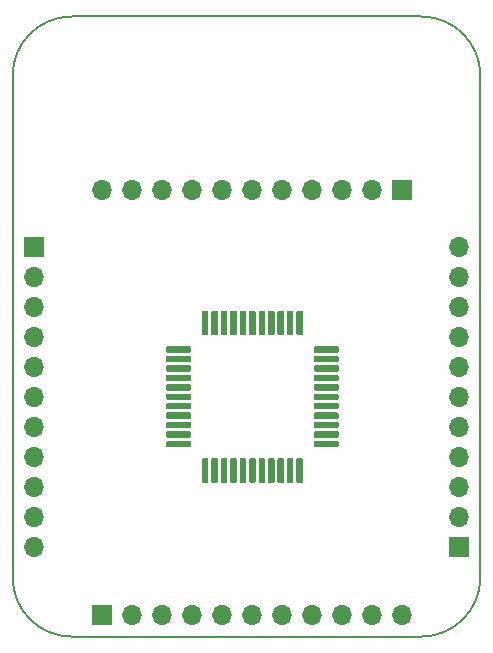
<source format=gbr>
G04 #@! TF.GenerationSoftware,KiCad,Pcbnew,5.1.4-e60b266~84~ubuntu19.04.1*
G04 #@! TF.CreationDate,2019-10-06T15:33:40+03:00*
G04 #@! TF.ProjectId,BRK-QFP-44-10x10-P0.8-Sharp,42524b2d-5146-4502-9d34-342d31307831,v1.0*
G04 #@! TF.SameCoordinates,Original*
G04 #@! TF.FileFunction,Soldermask,Top*
G04 #@! TF.FilePolarity,Negative*
%FSLAX46Y46*%
G04 Gerber Fmt 4.6, Leading zero omitted, Abs format (unit mm)*
G04 Created by KiCad (PCBNEW 5.1.4-e60b266~84~ubuntu19.04.1) date 2019-10-06 15:33:40*
%MOMM*%
%LPD*%
G04 APERTURE LIST*
%ADD10C,0.150000*%
%ADD11C,0.100000*%
%ADD12C,0.550000*%
%ADD13O,1.700000X1.700000*%
%ADD14R,1.700000X1.700000*%
G04 APERTURE END LIST*
D10*
X73400000Y-30400000D02*
G75*
G02X78400000Y-35400000I0J-5000000D01*
G01*
X38800000Y-35400000D02*
G75*
G02X43800000Y-30400000I5000000J0D01*
G01*
X78400000Y-77900000D02*
G75*
G02X73400000Y-82900000I-5000000J0D01*
G01*
X43800000Y-82900000D02*
G75*
G02X38800000Y-77900000I0J5000000D01*
G01*
X73400000Y-82900000D02*
X43800000Y-82900000D01*
X78400000Y-35400000D02*
X78400000Y-77900000D01*
X43800000Y-30400000D02*
X73400000Y-30400000D01*
X38800000Y-77900000D02*
X38800000Y-35400000D01*
D11*
G36*
X55250977Y-55300662D02*
G01*
X55264325Y-55302642D01*
X55277414Y-55305921D01*
X55290119Y-55310467D01*
X55302317Y-55316236D01*
X55313891Y-55323173D01*
X55324729Y-55331211D01*
X55334727Y-55340273D01*
X55343789Y-55350271D01*
X55351827Y-55361109D01*
X55358764Y-55372683D01*
X55364533Y-55384881D01*
X55369079Y-55397586D01*
X55372358Y-55410675D01*
X55374338Y-55424023D01*
X55375000Y-55437500D01*
X55375000Y-57262500D01*
X55374338Y-57275977D01*
X55372358Y-57289325D01*
X55369079Y-57302414D01*
X55364533Y-57315119D01*
X55358764Y-57327317D01*
X55351827Y-57338891D01*
X55343789Y-57349729D01*
X55334727Y-57359727D01*
X55324729Y-57368789D01*
X55313891Y-57376827D01*
X55302317Y-57383764D01*
X55290119Y-57389533D01*
X55277414Y-57394079D01*
X55264325Y-57397358D01*
X55250977Y-57399338D01*
X55237500Y-57400000D01*
X54962500Y-57400000D01*
X54949023Y-57399338D01*
X54935675Y-57397358D01*
X54922586Y-57394079D01*
X54909881Y-57389533D01*
X54897683Y-57383764D01*
X54886109Y-57376827D01*
X54875271Y-57368789D01*
X54865273Y-57359727D01*
X54856211Y-57349729D01*
X54848173Y-57338891D01*
X54841236Y-57327317D01*
X54835467Y-57315119D01*
X54830921Y-57302414D01*
X54827642Y-57289325D01*
X54825662Y-57275977D01*
X54825000Y-57262500D01*
X54825000Y-55437500D01*
X54825662Y-55424023D01*
X54827642Y-55410675D01*
X54830921Y-55397586D01*
X54835467Y-55384881D01*
X54841236Y-55372683D01*
X54848173Y-55361109D01*
X54856211Y-55350271D01*
X54865273Y-55340273D01*
X54875271Y-55331211D01*
X54886109Y-55323173D01*
X54897683Y-55316236D01*
X54909881Y-55310467D01*
X54922586Y-55305921D01*
X54935675Y-55302642D01*
X54949023Y-55300662D01*
X54962500Y-55300000D01*
X55237500Y-55300000D01*
X55250977Y-55300662D01*
X55250977Y-55300662D01*
G37*
D12*
X55100000Y-56350000D03*
D11*
G36*
X56050977Y-55300662D02*
G01*
X56064325Y-55302642D01*
X56077414Y-55305921D01*
X56090119Y-55310467D01*
X56102317Y-55316236D01*
X56113891Y-55323173D01*
X56124729Y-55331211D01*
X56134727Y-55340273D01*
X56143789Y-55350271D01*
X56151827Y-55361109D01*
X56158764Y-55372683D01*
X56164533Y-55384881D01*
X56169079Y-55397586D01*
X56172358Y-55410675D01*
X56174338Y-55424023D01*
X56175000Y-55437500D01*
X56175000Y-57262500D01*
X56174338Y-57275977D01*
X56172358Y-57289325D01*
X56169079Y-57302414D01*
X56164533Y-57315119D01*
X56158764Y-57327317D01*
X56151827Y-57338891D01*
X56143789Y-57349729D01*
X56134727Y-57359727D01*
X56124729Y-57368789D01*
X56113891Y-57376827D01*
X56102317Y-57383764D01*
X56090119Y-57389533D01*
X56077414Y-57394079D01*
X56064325Y-57397358D01*
X56050977Y-57399338D01*
X56037500Y-57400000D01*
X55762500Y-57400000D01*
X55749023Y-57399338D01*
X55735675Y-57397358D01*
X55722586Y-57394079D01*
X55709881Y-57389533D01*
X55697683Y-57383764D01*
X55686109Y-57376827D01*
X55675271Y-57368789D01*
X55665273Y-57359727D01*
X55656211Y-57349729D01*
X55648173Y-57338891D01*
X55641236Y-57327317D01*
X55635467Y-57315119D01*
X55630921Y-57302414D01*
X55627642Y-57289325D01*
X55625662Y-57275977D01*
X55625000Y-57262500D01*
X55625000Y-55437500D01*
X55625662Y-55424023D01*
X55627642Y-55410675D01*
X55630921Y-55397586D01*
X55635467Y-55384881D01*
X55641236Y-55372683D01*
X55648173Y-55361109D01*
X55656211Y-55350271D01*
X55665273Y-55340273D01*
X55675271Y-55331211D01*
X55686109Y-55323173D01*
X55697683Y-55316236D01*
X55709881Y-55310467D01*
X55722586Y-55305921D01*
X55735675Y-55302642D01*
X55749023Y-55300662D01*
X55762500Y-55300000D01*
X56037500Y-55300000D01*
X56050977Y-55300662D01*
X56050977Y-55300662D01*
G37*
D12*
X55900000Y-56350000D03*
D11*
G36*
X56850977Y-55300662D02*
G01*
X56864325Y-55302642D01*
X56877414Y-55305921D01*
X56890119Y-55310467D01*
X56902317Y-55316236D01*
X56913891Y-55323173D01*
X56924729Y-55331211D01*
X56934727Y-55340273D01*
X56943789Y-55350271D01*
X56951827Y-55361109D01*
X56958764Y-55372683D01*
X56964533Y-55384881D01*
X56969079Y-55397586D01*
X56972358Y-55410675D01*
X56974338Y-55424023D01*
X56975000Y-55437500D01*
X56975000Y-57262500D01*
X56974338Y-57275977D01*
X56972358Y-57289325D01*
X56969079Y-57302414D01*
X56964533Y-57315119D01*
X56958764Y-57327317D01*
X56951827Y-57338891D01*
X56943789Y-57349729D01*
X56934727Y-57359727D01*
X56924729Y-57368789D01*
X56913891Y-57376827D01*
X56902317Y-57383764D01*
X56890119Y-57389533D01*
X56877414Y-57394079D01*
X56864325Y-57397358D01*
X56850977Y-57399338D01*
X56837500Y-57400000D01*
X56562500Y-57400000D01*
X56549023Y-57399338D01*
X56535675Y-57397358D01*
X56522586Y-57394079D01*
X56509881Y-57389533D01*
X56497683Y-57383764D01*
X56486109Y-57376827D01*
X56475271Y-57368789D01*
X56465273Y-57359727D01*
X56456211Y-57349729D01*
X56448173Y-57338891D01*
X56441236Y-57327317D01*
X56435467Y-57315119D01*
X56430921Y-57302414D01*
X56427642Y-57289325D01*
X56425662Y-57275977D01*
X56425000Y-57262500D01*
X56425000Y-55437500D01*
X56425662Y-55424023D01*
X56427642Y-55410675D01*
X56430921Y-55397586D01*
X56435467Y-55384881D01*
X56441236Y-55372683D01*
X56448173Y-55361109D01*
X56456211Y-55350271D01*
X56465273Y-55340273D01*
X56475271Y-55331211D01*
X56486109Y-55323173D01*
X56497683Y-55316236D01*
X56509881Y-55310467D01*
X56522586Y-55305921D01*
X56535675Y-55302642D01*
X56549023Y-55300662D01*
X56562500Y-55300000D01*
X56837500Y-55300000D01*
X56850977Y-55300662D01*
X56850977Y-55300662D01*
G37*
D12*
X56700000Y-56350000D03*
D11*
G36*
X57650977Y-55300662D02*
G01*
X57664325Y-55302642D01*
X57677414Y-55305921D01*
X57690119Y-55310467D01*
X57702317Y-55316236D01*
X57713891Y-55323173D01*
X57724729Y-55331211D01*
X57734727Y-55340273D01*
X57743789Y-55350271D01*
X57751827Y-55361109D01*
X57758764Y-55372683D01*
X57764533Y-55384881D01*
X57769079Y-55397586D01*
X57772358Y-55410675D01*
X57774338Y-55424023D01*
X57775000Y-55437500D01*
X57775000Y-57262500D01*
X57774338Y-57275977D01*
X57772358Y-57289325D01*
X57769079Y-57302414D01*
X57764533Y-57315119D01*
X57758764Y-57327317D01*
X57751827Y-57338891D01*
X57743789Y-57349729D01*
X57734727Y-57359727D01*
X57724729Y-57368789D01*
X57713891Y-57376827D01*
X57702317Y-57383764D01*
X57690119Y-57389533D01*
X57677414Y-57394079D01*
X57664325Y-57397358D01*
X57650977Y-57399338D01*
X57637500Y-57400000D01*
X57362500Y-57400000D01*
X57349023Y-57399338D01*
X57335675Y-57397358D01*
X57322586Y-57394079D01*
X57309881Y-57389533D01*
X57297683Y-57383764D01*
X57286109Y-57376827D01*
X57275271Y-57368789D01*
X57265273Y-57359727D01*
X57256211Y-57349729D01*
X57248173Y-57338891D01*
X57241236Y-57327317D01*
X57235467Y-57315119D01*
X57230921Y-57302414D01*
X57227642Y-57289325D01*
X57225662Y-57275977D01*
X57225000Y-57262500D01*
X57225000Y-55437500D01*
X57225662Y-55424023D01*
X57227642Y-55410675D01*
X57230921Y-55397586D01*
X57235467Y-55384881D01*
X57241236Y-55372683D01*
X57248173Y-55361109D01*
X57256211Y-55350271D01*
X57265273Y-55340273D01*
X57275271Y-55331211D01*
X57286109Y-55323173D01*
X57297683Y-55316236D01*
X57309881Y-55310467D01*
X57322586Y-55305921D01*
X57335675Y-55302642D01*
X57349023Y-55300662D01*
X57362500Y-55300000D01*
X57637500Y-55300000D01*
X57650977Y-55300662D01*
X57650977Y-55300662D01*
G37*
D12*
X57500000Y-56350000D03*
D11*
G36*
X58450977Y-55300662D02*
G01*
X58464325Y-55302642D01*
X58477414Y-55305921D01*
X58490119Y-55310467D01*
X58502317Y-55316236D01*
X58513891Y-55323173D01*
X58524729Y-55331211D01*
X58534727Y-55340273D01*
X58543789Y-55350271D01*
X58551827Y-55361109D01*
X58558764Y-55372683D01*
X58564533Y-55384881D01*
X58569079Y-55397586D01*
X58572358Y-55410675D01*
X58574338Y-55424023D01*
X58575000Y-55437500D01*
X58575000Y-57262500D01*
X58574338Y-57275977D01*
X58572358Y-57289325D01*
X58569079Y-57302414D01*
X58564533Y-57315119D01*
X58558764Y-57327317D01*
X58551827Y-57338891D01*
X58543789Y-57349729D01*
X58534727Y-57359727D01*
X58524729Y-57368789D01*
X58513891Y-57376827D01*
X58502317Y-57383764D01*
X58490119Y-57389533D01*
X58477414Y-57394079D01*
X58464325Y-57397358D01*
X58450977Y-57399338D01*
X58437500Y-57400000D01*
X58162500Y-57400000D01*
X58149023Y-57399338D01*
X58135675Y-57397358D01*
X58122586Y-57394079D01*
X58109881Y-57389533D01*
X58097683Y-57383764D01*
X58086109Y-57376827D01*
X58075271Y-57368789D01*
X58065273Y-57359727D01*
X58056211Y-57349729D01*
X58048173Y-57338891D01*
X58041236Y-57327317D01*
X58035467Y-57315119D01*
X58030921Y-57302414D01*
X58027642Y-57289325D01*
X58025662Y-57275977D01*
X58025000Y-57262500D01*
X58025000Y-55437500D01*
X58025662Y-55424023D01*
X58027642Y-55410675D01*
X58030921Y-55397586D01*
X58035467Y-55384881D01*
X58041236Y-55372683D01*
X58048173Y-55361109D01*
X58056211Y-55350271D01*
X58065273Y-55340273D01*
X58075271Y-55331211D01*
X58086109Y-55323173D01*
X58097683Y-55316236D01*
X58109881Y-55310467D01*
X58122586Y-55305921D01*
X58135675Y-55302642D01*
X58149023Y-55300662D01*
X58162500Y-55300000D01*
X58437500Y-55300000D01*
X58450977Y-55300662D01*
X58450977Y-55300662D01*
G37*
D12*
X58300000Y-56350000D03*
D11*
G36*
X59250977Y-55300662D02*
G01*
X59264325Y-55302642D01*
X59277414Y-55305921D01*
X59290119Y-55310467D01*
X59302317Y-55316236D01*
X59313891Y-55323173D01*
X59324729Y-55331211D01*
X59334727Y-55340273D01*
X59343789Y-55350271D01*
X59351827Y-55361109D01*
X59358764Y-55372683D01*
X59364533Y-55384881D01*
X59369079Y-55397586D01*
X59372358Y-55410675D01*
X59374338Y-55424023D01*
X59375000Y-55437500D01*
X59375000Y-57262500D01*
X59374338Y-57275977D01*
X59372358Y-57289325D01*
X59369079Y-57302414D01*
X59364533Y-57315119D01*
X59358764Y-57327317D01*
X59351827Y-57338891D01*
X59343789Y-57349729D01*
X59334727Y-57359727D01*
X59324729Y-57368789D01*
X59313891Y-57376827D01*
X59302317Y-57383764D01*
X59290119Y-57389533D01*
X59277414Y-57394079D01*
X59264325Y-57397358D01*
X59250977Y-57399338D01*
X59237500Y-57400000D01*
X58962500Y-57400000D01*
X58949023Y-57399338D01*
X58935675Y-57397358D01*
X58922586Y-57394079D01*
X58909881Y-57389533D01*
X58897683Y-57383764D01*
X58886109Y-57376827D01*
X58875271Y-57368789D01*
X58865273Y-57359727D01*
X58856211Y-57349729D01*
X58848173Y-57338891D01*
X58841236Y-57327317D01*
X58835467Y-57315119D01*
X58830921Y-57302414D01*
X58827642Y-57289325D01*
X58825662Y-57275977D01*
X58825000Y-57262500D01*
X58825000Y-55437500D01*
X58825662Y-55424023D01*
X58827642Y-55410675D01*
X58830921Y-55397586D01*
X58835467Y-55384881D01*
X58841236Y-55372683D01*
X58848173Y-55361109D01*
X58856211Y-55350271D01*
X58865273Y-55340273D01*
X58875271Y-55331211D01*
X58886109Y-55323173D01*
X58897683Y-55316236D01*
X58909881Y-55310467D01*
X58922586Y-55305921D01*
X58935675Y-55302642D01*
X58949023Y-55300662D01*
X58962500Y-55300000D01*
X59237500Y-55300000D01*
X59250977Y-55300662D01*
X59250977Y-55300662D01*
G37*
D12*
X59100000Y-56350000D03*
D11*
G36*
X60050977Y-55300662D02*
G01*
X60064325Y-55302642D01*
X60077414Y-55305921D01*
X60090119Y-55310467D01*
X60102317Y-55316236D01*
X60113891Y-55323173D01*
X60124729Y-55331211D01*
X60134727Y-55340273D01*
X60143789Y-55350271D01*
X60151827Y-55361109D01*
X60158764Y-55372683D01*
X60164533Y-55384881D01*
X60169079Y-55397586D01*
X60172358Y-55410675D01*
X60174338Y-55424023D01*
X60175000Y-55437500D01*
X60175000Y-57262500D01*
X60174338Y-57275977D01*
X60172358Y-57289325D01*
X60169079Y-57302414D01*
X60164533Y-57315119D01*
X60158764Y-57327317D01*
X60151827Y-57338891D01*
X60143789Y-57349729D01*
X60134727Y-57359727D01*
X60124729Y-57368789D01*
X60113891Y-57376827D01*
X60102317Y-57383764D01*
X60090119Y-57389533D01*
X60077414Y-57394079D01*
X60064325Y-57397358D01*
X60050977Y-57399338D01*
X60037500Y-57400000D01*
X59762500Y-57400000D01*
X59749023Y-57399338D01*
X59735675Y-57397358D01*
X59722586Y-57394079D01*
X59709881Y-57389533D01*
X59697683Y-57383764D01*
X59686109Y-57376827D01*
X59675271Y-57368789D01*
X59665273Y-57359727D01*
X59656211Y-57349729D01*
X59648173Y-57338891D01*
X59641236Y-57327317D01*
X59635467Y-57315119D01*
X59630921Y-57302414D01*
X59627642Y-57289325D01*
X59625662Y-57275977D01*
X59625000Y-57262500D01*
X59625000Y-55437500D01*
X59625662Y-55424023D01*
X59627642Y-55410675D01*
X59630921Y-55397586D01*
X59635467Y-55384881D01*
X59641236Y-55372683D01*
X59648173Y-55361109D01*
X59656211Y-55350271D01*
X59665273Y-55340273D01*
X59675271Y-55331211D01*
X59686109Y-55323173D01*
X59697683Y-55316236D01*
X59709881Y-55310467D01*
X59722586Y-55305921D01*
X59735675Y-55302642D01*
X59749023Y-55300662D01*
X59762500Y-55300000D01*
X60037500Y-55300000D01*
X60050977Y-55300662D01*
X60050977Y-55300662D01*
G37*
D12*
X59900000Y-56350000D03*
D11*
G36*
X60850977Y-55300662D02*
G01*
X60864325Y-55302642D01*
X60877414Y-55305921D01*
X60890119Y-55310467D01*
X60902317Y-55316236D01*
X60913891Y-55323173D01*
X60924729Y-55331211D01*
X60934727Y-55340273D01*
X60943789Y-55350271D01*
X60951827Y-55361109D01*
X60958764Y-55372683D01*
X60964533Y-55384881D01*
X60969079Y-55397586D01*
X60972358Y-55410675D01*
X60974338Y-55424023D01*
X60975000Y-55437500D01*
X60975000Y-57262500D01*
X60974338Y-57275977D01*
X60972358Y-57289325D01*
X60969079Y-57302414D01*
X60964533Y-57315119D01*
X60958764Y-57327317D01*
X60951827Y-57338891D01*
X60943789Y-57349729D01*
X60934727Y-57359727D01*
X60924729Y-57368789D01*
X60913891Y-57376827D01*
X60902317Y-57383764D01*
X60890119Y-57389533D01*
X60877414Y-57394079D01*
X60864325Y-57397358D01*
X60850977Y-57399338D01*
X60837500Y-57400000D01*
X60562500Y-57400000D01*
X60549023Y-57399338D01*
X60535675Y-57397358D01*
X60522586Y-57394079D01*
X60509881Y-57389533D01*
X60497683Y-57383764D01*
X60486109Y-57376827D01*
X60475271Y-57368789D01*
X60465273Y-57359727D01*
X60456211Y-57349729D01*
X60448173Y-57338891D01*
X60441236Y-57327317D01*
X60435467Y-57315119D01*
X60430921Y-57302414D01*
X60427642Y-57289325D01*
X60425662Y-57275977D01*
X60425000Y-57262500D01*
X60425000Y-55437500D01*
X60425662Y-55424023D01*
X60427642Y-55410675D01*
X60430921Y-55397586D01*
X60435467Y-55384881D01*
X60441236Y-55372683D01*
X60448173Y-55361109D01*
X60456211Y-55350271D01*
X60465273Y-55340273D01*
X60475271Y-55331211D01*
X60486109Y-55323173D01*
X60497683Y-55316236D01*
X60509881Y-55310467D01*
X60522586Y-55305921D01*
X60535675Y-55302642D01*
X60549023Y-55300662D01*
X60562500Y-55300000D01*
X60837500Y-55300000D01*
X60850977Y-55300662D01*
X60850977Y-55300662D01*
G37*
D12*
X60700000Y-56350000D03*
D11*
G36*
X61650977Y-55300662D02*
G01*
X61664325Y-55302642D01*
X61677414Y-55305921D01*
X61690119Y-55310467D01*
X61702317Y-55316236D01*
X61713891Y-55323173D01*
X61724729Y-55331211D01*
X61734727Y-55340273D01*
X61743789Y-55350271D01*
X61751827Y-55361109D01*
X61758764Y-55372683D01*
X61764533Y-55384881D01*
X61769079Y-55397586D01*
X61772358Y-55410675D01*
X61774338Y-55424023D01*
X61775000Y-55437500D01*
X61775000Y-57262500D01*
X61774338Y-57275977D01*
X61772358Y-57289325D01*
X61769079Y-57302414D01*
X61764533Y-57315119D01*
X61758764Y-57327317D01*
X61751827Y-57338891D01*
X61743789Y-57349729D01*
X61734727Y-57359727D01*
X61724729Y-57368789D01*
X61713891Y-57376827D01*
X61702317Y-57383764D01*
X61690119Y-57389533D01*
X61677414Y-57394079D01*
X61664325Y-57397358D01*
X61650977Y-57399338D01*
X61637500Y-57400000D01*
X61362500Y-57400000D01*
X61349023Y-57399338D01*
X61335675Y-57397358D01*
X61322586Y-57394079D01*
X61309881Y-57389533D01*
X61297683Y-57383764D01*
X61286109Y-57376827D01*
X61275271Y-57368789D01*
X61265273Y-57359727D01*
X61256211Y-57349729D01*
X61248173Y-57338891D01*
X61241236Y-57327317D01*
X61235467Y-57315119D01*
X61230921Y-57302414D01*
X61227642Y-57289325D01*
X61225662Y-57275977D01*
X61225000Y-57262500D01*
X61225000Y-55437500D01*
X61225662Y-55424023D01*
X61227642Y-55410675D01*
X61230921Y-55397586D01*
X61235467Y-55384881D01*
X61241236Y-55372683D01*
X61248173Y-55361109D01*
X61256211Y-55350271D01*
X61265273Y-55340273D01*
X61275271Y-55331211D01*
X61286109Y-55323173D01*
X61297683Y-55316236D01*
X61309881Y-55310467D01*
X61322586Y-55305921D01*
X61335675Y-55302642D01*
X61349023Y-55300662D01*
X61362500Y-55300000D01*
X61637500Y-55300000D01*
X61650977Y-55300662D01*
X61650977Y-55300662D01*
G37*
D12*
X61500000Y-56350000D03*
D11*
G36*
X62450977Y-55300662D02*
G01*
X62464325Y-55302642D01*
X62477414Y-55305921D01*
X62490119Y-55310467D01*
X62502317Y-55316236D01*
X62513891Y-55323173D01*
X62524729Y-55331211D01*
X62534727Y-55340273D01*
X62543789Y-55350271D01*
X62551827Y-55361109D01*
X62558764Y-55372683D01*
X62564533Y-55384881D01*
X62569079Y-55397586D01*
X62572358Y-55410675D01*
X62574338Y-55424023D01*
X62575000Y-55437500D01*
X62575000Y-57262500D01*
X62574338Y-57275977D01*
X62572358Y-57289325D01*
X62569079Y-57302414D01*
X62564533Y-57315119D01*
X62558764Y-57327317D01*
X62551827Y-57338891D01*
X62543789Y-57349729D01*
X62534727Y-57359727D01*
X62524729Y-57368789D01*
X62513891Y-57376827D01*
X62502317Y-57383764D01*
X62490119Y-57389533D01*
X62477414Y-57394079D01*
X62464325Y-57397358D01*
X62450977Y-57399338D01*
X62437500Y-57400000D01*
X62162500Y-57400000D01*
X62149023Y-57399338D01*
X62135675Y-57397358D01*
X62122586Y-57394079D01*
X62109881Y-57389533D01*
X62097683Y-57383764D01*
X62086109Y-57376827D01*
X62075271Y-57368789D01*
X62065273Y-57359727D01*
X62056211Y-57349729D01*
X62048173Y-57338891D01*
X62041236Y-57327317D01*
X62035467Y-57315119D01*
X62030921Y-57302414D01*
X62027642Y-57289325D01*
X62025662Y-57275977D01*
X62025000Y-57262500D01*
X62025000Y-55437500D01*
X62025662Y-55424023D01*
X62027642Y-55410675D01*
X62030921Y-55397586D01*
X62035467Y-55384881D01*
X62041236Y-55372683D01*
X62048173Y-55361109D01*
X62056211Y-55350271D01*
X62065273Y-55340273D01*
X62075271Y-55331211D01*
X62086109Y-55323173D01*
X62097683Y-55316236D01*
X62109881Y-55310467D01*
X62122586Y-55305921D01*
X62135675Y-55302642D01*
X62149023Y-55300662D01*
X62162500Y-55300000D01*
X62437500Y-55300000D01*
X62450977Y-55300662D01*
X62450977Y-55300662D01*
G37*
D12*
X62300000Y-56350000D03*
D11*
G36*
X63250977Y-55300662D02*
G01*
X63264325Y-55302642D01*
X63277414Y-55305921D01*
X63290119Y-55310467D01*
X63302317Y-55316236D01*
X63313891Y-55323173D01*
X63324729Y-55331211D01*
X63334727Y-55340273D01*
X63343789Y-55350271D01*
X63351827Y-55361109D01*
X63358764Y-55372683D01*
X63364533Y-55384881D01*
X63369079Y-55397586D01*
X63372358Y-55410675D01*
X63374338Y-55424023D01*
X63375000Y-55437500D01*
X63375000Y-57262500D01*
X63374338Y-57275977D01*
X63372358Y-57289325D01*
X63369079Y-57302414D01*
X63364533Y-57315119D01*
X63358764Y-57327317D01*
X63351827Y-57338891D01*
X63343789Y-57349729D01*
X63334727Y-57359727D01*
X63324729Y-57368789D01*
X63313891Y-57376827D01*
X63302317Y-57383764D01*
X63290119Y-57389533D01*
X63277414Y-57394079D01*
X63264325Y-57397358D01*
X63250977Y-57399338D01*
X63237500Y-57400000D01*
X62962500Y-57400000D01*
X62949023Y-57399338D01*
X62935675Y-57397358D01*
X62922586Y-57394079D01*
X62909881Y-57389533D01*
X62897683Y-57383764D01*
X62886109Y-57376827D01*
X62875271Y-57368789D01*
X62865273Y-57359727D01*
X62856211Y-57349729D01*
X62848173Y-57338891D01*
X62841236Y-57327317D01*
X62835467Y-57315119D01*
X62830921Y-57302414D01*
X62827642Y-57289325D01*
X62825662Y-57275977D01*
X62825000Y-57262500D01*
X62825000Y-55437500D01*
X62825662Y-55424023D01*
X62827642Y-55410675D01*
X62830921Y-55397586D01*
X62835467Y-55384881D01*
X62841236Y-55372683D01*
X62848173Y-55361109D01*
X62856211Y-55350271D01*
X62865273Y-55340273D01*
X62875271Y-55331211D01*
X62886109Y-55323173D01*
X62897683Y-55316236D01*
X62909881Y-55310467D01*
X62922586Y-55305921D01*
X62935675Y-55302642D01*
X62949023Y-55300662D01*
X62962500Y-55300000D01*
X63237500Y-55300000D01*
X63250977Y-55300662D01*
X63250977Y-55300662D01*
G37*
D12*
X63100000Y-56350000D03*
D11*
G36*
X66275977Y-58325662D02*
G01*
X66289325Y-58327642D01*
X66302414Y-58330921D01*
X66315119Y-58335467D01*
X66327317Y-58341236D01*
X66338891Y-58348173D01*
X66349729Y-58356211D01*
X66359727Y-58365273D01*
X66368789Y-58375271D01*
X66376827Y-58386109D01*
X66383764Y-58397683D01*
X66389533Y-58409881D01*
X66394079Y-58422586D01*
X66397358Y-58435675D01*
X66399338Y-58449023D01*
X66400000Y-58462500D01*
X66400000Y-58737500D01*
X66399338Y-58750977D01*
X66397358Y-58764325D01*
X66394079Y-58777414D01*
X66389533Y-58790119D01*
X66383764Y-58802317D01*
X66376827Y-58813891D01*
X66368789Y-58824729D01*
X66359727Y-58834727D01*
X66349729Y-58843789D01*
X66338891Y-58851827D01*
X66327317Y-58858764D01*
X66315119Y-58864533D01*
X66302414Y-58869079D01*
X66289325Y-58872358D01*
X66275977Y-58874338D01*
X66262500Y-58875000D01*
X64437500Y-58875000D01*
X64424023Y-58874338D01*
X64410675Y-58872358D01*
X64397586Y-58869079D01*
X64384881Y-58864533D01*
X64372683Y-58858764D01*
X64361109Y-58851827D01*
X64350271Y-58843789D01*
X64340273Y-58834727D01*
X64331211Y-58824729D01*
X64323173Y-58813891D01*
X64316236Y-58802317D01*
X64310467Y-58790119D01*
X64305921Y-58777414D01*
X64302642Y-58764325D01*
X64300662Y-58750977D01*
X64300000Y-58737500D01*
X64300000Y-58462500D01*
X64300662Y-58449023D01*
X64302642Y-58435675D01*
X64305921Y-58422586D01*
X64310467Y-58409881D01*
X64316236Y-58397683D01*
X64323173Y-58386109D01*
X64331211Y-58375271D01*
X64340273Y-58365273D01*
X64350271Y-58356211D01*
X64361109Y-58348173D01*
X64372683Y-58341236D01*
X64384881Y-58335467D01*
X64397586Y-58330921D01*
X64410675Y-58327642D01*
X64424023Y-58325662D01*
X64437500Y-58325000D01*
X66262500Y-58325000D01*
X66275977Y-58325662D01*
X66275977Y-58325662D01*
G37*
D12*
X65350000Y-58600000D03*
D11*
G36*
X66275977Y-59125662D02*
G01*
X66289325Y-59127642D01*
X66302414Y-59130921D01*
X66315119Y-59135467D01*
X66327317Y-59141236D01*
X66338891Y-59148173D01*
X66349729Y-59156211D01*
X66359727Y-59165273D01*
X66368789Y-59175271D01*
X66376827Y-59186109D01*
X66383764Y-59197683D01*
X66389533Y-59209881D01*
X66394079Y-59222586D01*
X66397358Y-59235675D01*
X66399338Y-59249023D01*
X66400000Y-59262500D01*
X66400000Y-59537500D01*
X66399338Y-59550977D01*
X66397358Y-59564325D01*
X66394079Y-59577414D01*
X66389533Y-59590119D01*
X66383764Y-59602317D01*
X66376827Y-59613891D01*
X66368789Y-59624729D01*
X66359727Y-59634727D01*
X66349729Y-59643789D01*
X66338891Y-59651827D01*
X66327317Y-59658764D01*
X66315119Y-59664533D01*
X66302414Y-59669079D01*
X66289325Y-59672358D01*
X66275977Y-59674338D01*
X66262500Y-59675000D01*
X64437500Y-59675000D01*
X64424023Y-59674338D01*
X64410675Y-59672358D01*
X64397586Y-59669079D01*
X64384881Y-59664533D01*
X64372683Y-59658764D01*
X64361109Y-59651827D01*
X64350271Y-59643789D01*
X64340273Y-59634727D01*
X64331211Y-59624729D01*
X64323173Y-59613891D01*
X64316236Y-59602317D01*
X64310467Y-59590119D01*
X64305921Y-59577414D01*
X64302642Y-59564325D01*
X64300662Y-59550977D01*
X64300000Y-59537500D01*
X64300000Y-59262500D01*
X64300662Y-59249023D01*
X64302642Y-59235675D01*
X64305921Y-59222586D01*
X64310467Y-59209881D01*
X64316236Y-59197683D01*
X64323173Y-59186109D01*
X64331211Y-59175271D01*
X64340273Y-59165273D01*
X64350271Y-59156211D01*
X64361109Y-59148173D01*
X64372683Y-59141236D01*
X64384881Y-59135467D01*
X64397586Y-59130921D01*
X64410675Y-59127642D01*
X64424023Y-59125662D01*
X64437500Y-59125000D01*
X66262500Y-59125000D01*
X66275977Y-59125662D01*
X66275977Y-59125662D01*
G37*
D12*
X65350000Y-59400000D03*
D11*
G36*
X66275977Y-59925662D02*
G01*
X66289325Y-59927642D01*
X66302414Y-59930921D01*
X66315119Y-59935467D01*
X66327317Y-59941236D01*
X66338891Y-59948173D01*
X66349729Y-59956211D01*
X66359727Y-59965273D01*
X66368789Y-59975271D01*
X66376827Y-59986109D01*
X66383764Y-59997683D01*
X66389533Y-60009881D01*
X66394079Y-60022586D01*
X66397358Y-60035675D01*
X66399338Y-60049023D01*
X66400000Y-60062500D01*
X66400000Y-60337500D01*
X66399338Y-60350977D01*
X66397358Y-60364325D01*
X66394079Y-60377414D01*
X66389533Y-60390119D01*
X66383764Y-60402317D01*
X66376827Y-60413891D01*
X66368789Y-60424729D01*
X66359727Y-60434727D01*
X66349729Y-60443789D01*
X66338891Y-60451827D01*
X66327317Y-60458764D01*
X66315119Y-60464533D01*
X66302414Y-60469079D01*
X66289325Y-60472358D01*
X66275977Y-60474338D01*
X66262500Y-60475000D01*
X64437500Y-60475000D01*
X64424023Y-60474338D01*
X64410675Y-60472358D01*
X64397586Y-60469079D01*
X64384881Y-60464533D01*
X64372683Y-60458764D01*
X64361109Y-60451827D01*
X64350271Y-60443789D01*
X64340273Y-60434727D01*
X64331211Y-60424729D01*
X64323173Y-60413891D01*
X64316236Y-60402317D01*
X64310467Y-60390119D01*
X64305921Y-60377414D01*
X64302642Y-60364325D01*
X64300662Y-60350977D01*
X64300000Y-60337500D01*
X64300000Y-60062500D01*
X64300662Y-60049023D01*
X64302642Y-60035675D01*
X64305921Y-60022586D01*
X64310467Y-60009881D01*
X64316236Y-59997683D01*
X64323173Y-59986109D01*
X64331211Y-59975271D01*
X64340273Y-59965273D01*
X64350271Y-59956211D01*
X64361109Y-59948173D01*
X64372683Y-59941236D01*
X64384881Y-59935467D01*
X64397586Y-59930921D01*
X64410675Y-59927642D01*
X64424023Y-59925662D01*
X64437500Y-59925000D01*
X66262500Y-59925000D01*
X66275977Y-59925662D01*
X66275977Y-59925662D01*
G37*
D12*
X65350000Y-60200000D03*
D11*
G36*
X66275977Y-60725662D02*
G01*
X66289325Y-60727642D01*
X66302414Y-60730921D01*
X66315119Y-60735467D01*
X66327317Y-60741236D01*
X66338891Y-60748173D01*
X66349729Y-60756211D01*
X66359727Y-60765273D01*
X66368789Y-60775271D01*
X66376827Y-60786109D01*
X66383764Y-60797683D01*
X66389533Y-60809881D01*
X66394079Y-60822586D01*
X66397358Y-60835675D01*
X66399338Y-60849023D01*
X66400000Y-60862500D01*
X66400000Y-61137500D01*
X66399338Y-61150977D01*
X66397358Y-61164325D01*
X66394079Y-61177414D01*
X66389533Y-61190119D01*
X66383764Y-61202317D01*
X66376827Y-61213891D01*
X66368789Y-61224729D01*
X66359727Y-61234727D01*
X66349729Y-61243789D01*
X66338891Y-61251827D01*
X66327317Y-61258764D01*
X66315119Y-61264533D01*
X66302414Y-61269079D01*
X66289325Y-61272358D01*
X66275977Y-61274338D01*
X66262500Y-61275000D01*
X64437500Y-61275000D01*
X64424023Y-61274338D01*
X64410675Y-61272358D01*
X64397586Y-61269079D01*
X64384881Y-61264533D01*
X64372683Y-61258764D01*
X64361109Y-61251827D01*
X64350271Y-61243789D01*
X64340273Y-61234727D01*
X64331211Y-61224729D01*
X64323173Y-61213891D01*
X64316236Y-61202317D01*
X64310467Y-61190119D01*
X64305921Y-61177414D01*
X64302642Y-61164325D01*
X64300662Y-61150977D01*
X64300000Y-61137500D01*
X64300000Y-60862500D01*
X64300662Y-60849023D01*
X64302642Y-60835675D01*
X64305921Y-60822586D01*
X64310467Y-60809881D01*
X64316236Y-60797683D01*
X64323173Y-60786109D01*
X64331211Y-60775271D01*
X64340273Y-60765273D01*
X64350271Y-60756211D01*
X64361109Y-60748173D01*
X64372683Y-60741236D01*
X64384881Y-60735467D01*
X64397586Y-60730921D01*
X64410675Y-60727642D01*
X64424023Y-60725662D01*
X64437500Y-60725000D01*
X66262500Y-60725000D01*
X66275977Y-60725662D01*
X66275977Y-60725662D01*
G37*
D12*
X65350000Y-61000000D03*
D11*
G36*
X66275977Y-61525662D02*
G01*
X66289325Y-61527642D01*
X66302414Y-61530921D01*
X66315119Y-61535467D01*
X66327317Y-61541236D01*
X66338891Y-61548173D01*
X66349729Y-61556211D01*
X66359727Y-61565273D01*
X66368789Y-61575271D01*
X66376827Y-61586109D01*
X66383764Y-61597683D01*
X66389533Y-61609881D01*
X66394079Y-61622586D01*
X66397358Y-61635675D01*
X66399338Y-61649023D01*
X66400000Y-61662500D01*
X66400000Y-61937500D01*
X66399338Y-61950977D01*
X66397358Y-61964325D01*
X66394079Y-61977414D01*
X66389533Y-61990119D01*
X66383764Y-62002317D01*
X66376827Y-62013891D01*
X66368789Y-62024729D01*
X66359727Y-62034727D01*
X66349729Y-62043789D01*
X66338891Y-62051827D01*
X66327317Y-62058764D01*
X66315119Y-62064533D01*
X66302414Y-62069079D01*
X66289325Y-62072358D01*
X66275977Y-62074338D01*
X66262500Y-62075000D01*
X64437500Y-62075000D01*
X64424023Y-62074338D01*
X64410675Y-62072358D01*
X64397586Y-62069079D01*
X64384881Y-62064533D01*
X64372683Y-62058764D01*
X64361109Y-62051827D01*
X64350271Y-62043789D01*
X64340273Y-62034727D01*
X64331211Y-62024729D01*
X64323173Y-62013891D01*
X64316236Y-62002317D01*
X64310467Y-61990119D01*
X64305921Y-61977414D01*
X64302642Y-61964325D01*
X64300662Y-61950977D01*
X64300000Y-61937500D01*
X64300000Y-61662500D01*
X64300662Y-61649023D01*
X64302642Y-61635675D01*
X64305921Y-61622586D01*
X64310467Y-61609881D01*
X64316236Y-61597683D01*
X64323173Y-61586109D01*
X64331211Y-61575271D01*
X64340273Y-61565273D01*
X64350271Y-61556211D01*
X64361109Y-61548173D01*
X64372683Y-61541236D01*
X64384881Y-61535467D01*
X64397586Y-61530921D01*
X64410675Y-61527642D01*
X64424023Y-61525662D01*
X64437500Y-61525000D01*
X66262500Y-61525000D01*
X66275977Y-61525662D01*
X66275977Y-61525662D01*
G37*
D12*
X65350000Y-61800000D03*
D11*
G36*
X66275977Y-62325662D02*
G01*
X66289325Y-62327642D01*
X66302414Y-62330921D01*
X66315119Y-62335467D01*
X66327317Y-62341236D01*
X66338891Y-62348173D01*
X66349729Y-62356211D01*
X66359727Y-62365273D01*
X66368789Y-62375271D01*
X66376827Y-62386109D01*
X66383764Y-62397683D01*
X66389533Y-62409881D01*
X66394079Y-62422586D01*
X66397358Y-62435675D01*
X66399338Y-62449023D01*
X66400000Y-62462500D01*
X66400000Y-62737500D01*
X66399338Y-62750977D01*
X66397358Y-62764325D01*
X66394079Y-62777414D01*
X66389533Y-62790119D01*
X66383764Y-62802317D01*
X66376827Y-62813891D01*
X66368789Y-62824729D01*
X66359727Y-62834727D01*
X66349729Y-62843789D01*
X66338891Y-62851827D01*
X66327317Y-62858764D01*
X66315119Y-62864533D01*
X66302414Y-62869079D01*
X66289325Y-62872358D01*
X66275977Y-62874338D01*
X66262500Y-62875000D01*
X64437500Y-62875000D01*
X64424023Y-62874338D01*
X64410675Y-62872358D01*
X64397586Y-62869079D01*
X64384881Y-62864533D01*
X64372683Y-62858764D01*
X64361109Y-62851827D01*
X64350271Y-62843789D01*
X64340273Y-62834727D01*
X64331211Y-62824729D01*
X64323173Y-62813891D01*
X64316236Y-62802317D01*
X64310467Y-62790119D01*
X64305921Y-62777414D01*
X64302642Y-62764325D01*
X64300662Y-62750977D01*
X64300000Y-62737500D01*
X64300000Y-62462500D01*
X64300662Y-62449023D01*
X64302642Y-62435675D01*
X64305921Y-62422586D01*
X64310467Y-62409881D01*
X64316236Y-62397683D01*
X64323173Y-62386109D01*
X64331211Y-62375271D01*
X64340273Y-62365273D01*
X64350271Y-62356211D01*
X64361109Y-62348173D01*
X64372683Y-62341236D01*
X64384881Y-62335467D01*
X64397586Y-62330921D01*
X64410675Y-62327642D01*
X64424023Y-62325662D01*
X64437500Y-62325000D01*
X66262500Y-62325000D01*
X66275977Y-62325662D01*
X66275977Y-62325662D01*
G37*
D12*
X65350000Y-62600000D03*
D11*
G36*
X66275977Y-63125662D02*
G01*
X66289325Y-63127642D01*
X66302414Y-63130921D01*
X66315119Y-63135467D01*
X66327317Y-63141236D01*
X66338891Y-63148173D01*
X66349729Y-63156211D01*
X66359727Y-63165273D01*
X66368789Y-63175271D01*
X66376827Y-63186109D01*
X66383764Y-63197683D01*
X66389533Y-63209881D01*
X66394079Y-63222586D01*
X66397358Y-63235675D01*
X66399338Y-63249023D01*
X66400000Y-63262500D01*
X66400000Y-63537500D01*
X66399338Y-63550977D01*
X66397358Y-63564325D01*
X66394079Y-63577414D01*
X66389533Y-63590119D01*
X66383764Y-63602317D01*
X66376827Y-63613891D01*
X66368789Y-63624729D01*
X66359727Y-63634727D01*
X66349729Y-63643789D01*
X66338891Y-63651827D01*
X66327317Y-63658764D01*
X66315119Y-63664533D01*
X66302414Y-63669079D01*
X66289325Y-63672358D01*
X66275977Y-63674338D01*
X66262500Y-63675000D01*
X64437500Y-63675000D01*
X64424023Y-63674338D01*
X64410675Y-63672358D01*
X64397586Y-63669079D01*
X64384881Y-63664533D01*
X64372683Y-63658764D01*
X64361109Y-63651827D01*
X64350271Y-63643789D01*
X64340273Y-63634727D01*
X64331211Y-63624729D01*
X64323173Y-63613891D01*
X64316236Y-63602317D01*
X64310467Y-63590119D01*
X64305921Y-63577414D01*
X64302642Y-63564325D01*
X64300662Y-63550977D01*
X64300000Y-63537500D01*
X64300000Y-63262500D01*
X64300662Y-63249023D01*
X64302642Y-63235675D01*
X64305921Y-63222586D01*
X64310467Y-63209881D01*
X64316236Y-63197683D01*
X64323173Y-63186109D01*
X64331211Y-63175271D01*
X64340273Y-63165273D01*
X64350271Y-63156211D01*
X64361109Y-63148173D01*
X64372683Y-63141236D01*
X64384881Y-63135467D01*
X64397586Y-63130921D01*
X64410675Y-63127642D01*
X64424023Y-63125662D01*
X64437500Y-63125000D01*
X66262500Y-63125000D01*
X66275977Y-63125662D01*
X66275977Y-63125662D01*
G37*
D12*
X65350000Y-63400000D03*
D11*
G36*
X66275977Y-63925662D02*
G01*
X66289325Y-63927642D01*
X66302414Y-63930921D01*
X66315119Y-63935467D01*
X66327317Y-63941236D01*
X66338891Y-63948173D01*
X66349729Y-63956211D01*
X66359727Y-63965273D01*
X66368789Y-63975271D01*
X66376827Y-63986109D01*
X66383764Y-63997683D01*
X66389533Y-64009881D01*
X66394079Y-64022586D01*
X66397358Y-64035675D01*
X66399338Y-64049023D01*
X66400000Y-64062500D01*
X66400000Y-64337500D01*
X66399338Y-64350977D01*
X66397358Y-64364325D01*
X66394079Y-64377414D01*
X66389533Y-64390119D01*
X66383764Y-64402317D01*
X66376827Y-64413891D01*
X66368789Y-64424729D01*
X66359727Y-64434727D01*
X66349729Y-64443789D01*
X66338891Y-64451827D01*
X66327317Y-64458764D01*
X66315119Y-64464533D01*
X66302414Y-64469079D01*
X66289325Y-64472358D01*
X66275977Y-64474338D01*
X66262500Y-64475000D01*
X64437500Y-64475000D01*
X64424023Y-64474338D01*
X64410675Y-64472358D01*
X64397586Y-64469079D01*
X64384881Y-64464533D01*
X64372683Y-64458764D01*
X64361109Y-64451827D01*
X64350271Y-64443789D01*
X64340273Y-64434727D01*
X64331211Y-64424729D01*
X64323173Y-64413891D01*
X64316236Y-64402317D01*
X64310467Y-64390119D01*
X64305921Y-64377414D01*
X64302642Y-64364325D01*
X64300662Y-64350977D01*
X64300000Y-64337500D01*
X64300000Y-64062500D01*
X64300662Y-64049023D01*
X64302642Y-64035675D01*
X64305921Y-64022586D01*
X64310467Y-64009881D01*
X64316236Y-63997683D01*
X64323173Y-63986109D01*
X64331211Y-63975271D01*
X64340273Y-63965273D01*
X64350271Y-63956211D01*
X64361109Y-63948173D01*
X64372683Y-63941236D01*
X64384881Y-63935467D01*
X64397586Y-63930921D01*
X64410675Y-63927642D01*
X64424023Y-63925662D01*
X64437500Y-63925000D01*
X66262500Y-63925000D01*
X66275977Y-63925662D01*
X66275977Y-63925662D01*
G37*
D12*
X65350000Y-64200000D03*
D11*
G36*
X66275977Y-64725662D02*
G01*
X66289325Y-64727642D01*
X66302414Y-64730921D01*
X66315119Y-64735467D01*
X66327317Y-64741236D01*
X66338891Y-64748173D01*
X66349729Y-64756211D01*
X66359727Y-64765273D01*
X66368789Y-64775271D01*
X66376827Y-64786109D01*
X66383764Y-64797683D01*
X66389533Y-64809881D01*
X66394079Y-64822586D01*
X66397358Y-64835675D01*
X66399338Y-64849023D01*
X66400000Y-64862500D01*
X66400000Y-65137500D01*
X66399338Y-65150977D01*
X66397358Y-65164325D01*
X66394079Y-65177414D01*
X66389533Y-65190119D01*
X66383764Y-65202317D01*
X66376827Y-65213891D01*
X66368789Y-65224729D01*
X66359727Y-65234727D01*
X66349729Y-65243789D01*
X66338891Y-65251827D01*
X66327317Y-65258764D01*
X66315119Y-65264533D01*
X66302414Y-65269079D01*
X66289325Y-65272358D01*
X66275977Y-65274338D01*
X66262500Y-65275000D01*
X64437500Y-65275000D01*
X64424023Y-65274338D01*
X64410675Y-65272358D01*
X64397586Y-65269079D01*
X64384881Y-65264533D01*
X64372683Y-65258764D01*
X64361109Y-65251827D01*
X64350271Y-65243789D01*
X64340273Y-65234727D01*
X64331211Y-65224729D01*
X64323173Y-65213891D01*
X64316236Y-65202317D01*
X64310467Y-65190119D01*
X64305921Y-65177414D01*
X64302642Y-65164325D01*
X64300662Y-65150977D01*
X64300000Y-65137500D01*
X64300000Y-64862500D01*
X64300662Y-64849023D01*
X64302642Y-64835675D01*
X64305921Y-64822586D01*
X64310467Y-64809881D01*
X64316236Y-64797683D01*
X64323173Y-64786109D01*
X64331211Y-64775271D01*
X64340273Y-64765273D01*
X64350271Y-64756211D01*
X64361109Y-64748173D01*
X64372683Y-64741236D01*
X64384881Y-64735467D01*
X64397586Y-64730921D01*
X64410675Y-64727642D01*
X64424023Y-64725662D01*
X64437500Y-64725000D01*
X66262500Y-64725000D01*
X66275977Y-64725662D01*
X66275977Y-64725662D01*
G37*
D12*
X65350000Y-65000000D03*
D11*
G36*
X66275977Y-65525662D02*
G01*
X66289325Y-65527642D01*
X66302414Y-65530921D01*
X66315119Y-65535467D01*
X66327317Y-65541236D01*
X66338891Y-65548173D01*
X66349729Y-65556211D01*
X66359727Y-65565273D01*
X66368789Y-65575271D01*
X66376827Y-65586109D01*
X66383764Y-65597683D01*
X66389533Y-65609881D01*
X66394079Y-65622586D01*
X66397358Y-65635675D01*
X66399338Y-65649023D01*
X66400000Y-65662500D01*
X66400000Y-65937500D01*
X66399338Y-65950977D01*
X66397358Y-65964325D01*
X66394079Y-65977414D01*
X66389533Y-65990119D01*
X66383764Y-66002317D01*
X66376827Y-66013891D01*
X66368789Y-66024729D01*
X66359727Y-66034727D01*
X66349729Y-66043789D01*
X66338891Y-66051827D01*
X66327317Y-66058764D01*
X66315119Y-66064533D01*
X66302414Y-66069079D01*
X66289325Y-66072358D01*
X66275977Y-66074338D01*
X66262500Y-66075000D01*
X64437500Y-66075000D01*
X64424023Y-66074338D01*
X64410675Y-66072358D01*
X64397586Y-66069079D01*
X64384881Y-66064533D01*
X64372683Y-66058764D01*
X64361109Y-66051827D01*
X64350271Y-66043789D01*
X64340273Y-66034727D01*
X64331211Y-66024729D01*
X64323173Y-66013891D01*
X64316236Y-66002317D01*
X64310467Y-65990119D01*
X64305921Y-65977414D01*
X64302642Y-65964325D01*
X64300662Y-65950977D01*
X64300000Y-65937500D01*
X64300000Y-65662500D01*
X64300662Y-65649023D01*
X64302642Y-65635675D01*
X64305921Y-65622586D01*
X64310467Y-65609881D01*
X64316236Y-65597683D01*
X64323173Y-65586109D01*
X64331211Y-65575271D01*
X64340273Y-65565273D01*
X64350271Y-65556211D01*
X64361109Y-65548173D01*
X64372683Y-65541236D01*
X64384881Y-65535467D01*
X64397586Y-65530921D01*
X64410675Y-65527642D01*
X64424023Y-65525662D01*
X64437500Y-65525000D01*
X66262500Y-65525000D01*
X66275977Y-65525662D01*
X66275977Y-65525662D01*
G37*
D12*
X65350000Y-65800000D03*
D11*
G36*
X66275977Y-66325662D02*
G01*
X66289325Y-66327642D01*
X66302414Y-66330921D01*
X66315119Y-66335467D01*
X66327317Y-66341236D01*
X66338891Y-66348173D01*
X66349729Y-66356211D01*
X66359727Y-66365273D01*
X66368789Y-66375271D01*
X66376827Y-66386109D01*
X66383764Y-66397683D01*
X66389533Y-66409881D01*
X66394079Y-66422586D01*
X66397358Y-66435675D01*
X66399338Y-66449023D01*
X66400000Y-66462500D01*
X66400000Y-66737500D01*
X66399338Y-66750977D01*
X66397358Y-66764325D01*
X66394079Y-66777414D01*
X66389533Y-66790119D01*
X66383764Y-66802317D01*
X66376827Y-66813891D01*
X66368789Y-66824729D01*
X66359727Y-66834727D01*
X66349729Y-66843789D01*
X66338891Y-66851827D01*
X66327317Y-66858764D01*
X66315119Y-66864533D01*
X66302414Y-66869079D01*
X66289325Y-66872358D01*
X66275977Y-66874338D01*
X66262500Y-66875000D01*
X64437500Y-66875000D01*
X64424023Y-66874338D01*
X64410675Y-66872358D01*
X64397586Y-66869079D01*
X64384881Y-66864533D01*
X64372683Y-66858764D01*
X64361109Y-66851827D01*
X64350271Y-66843789D01*
X64340273Y-66834727D01*
X64331211Y-66824729D01*
X64323173Y-66813891D01*
X64316236Y-66802317D01*
X64310467Y-66790119D01*
X64305921Y-66777414D01*
X64302642Y-66764325D01*
X64300662Y-66750977D01*
X64300000Y-66737500D01*
X64300000Y-66462500D01*
X64300662Y-66449023D01*
X64302642Y-66435675D01*
X64305921Y-66422586D01*
X64310467Y-66409881D01*
X64316236Y-66397683D01*
X64323173Y-66386109D01*
X64331211Y-66375271D01*
X64340273Y-66365273D01*
X64350271Y-66356211D01*
X64361109Y-66348173D01*
X64372683Y-66341236D01*
X64384881Y-66335467D01*
X64397586Y-66330921D01*
X64410675Y-66327642D01*
X64424023Y-66325662D01*
X64437500Y-66325000D01*
X66262500Y-66325000D01*
X66275977Y-66325662D01*
X66275977Y-66325662D01*
G37*
D12*
X65350000Y-66600000D03*
D11*
G36*
X63250977Y-67800662D02*
G01*
X63264325Y-67802642D01*
X63277414Y-67805921D01*
X63290119Y-67810467D01*
X63302317Y-67816236D01*
X63313891Y-67823173D01*
X63324729Y-67831211D01*
X63334727Y-67840273D01*
X63343789Y-67850271D01*
X63351827Y-67861109D01*
X63358764Y-67872683D01*
X63364533Y-67884881D01*
X63369079Y-67897586D01*
X63372358Y-67910675D01*
X63374338Y-67924023D01*
X63375000Y-67937500D01*
X63375000Y-69762500D01*
X63374338Y-69775977D01*
X63372358Y-69789325D01*
X63369079Y-69802414D01*
X63364533Y-69815119D01*
X63358764Y-69827317D01*
X63351827Y-69838891D01*
X63343789Y-69849729D01*
X63334727Y-69859727D01*
X63324729Y-69868789D01*
X63313891Y-69876827D01*
X63302317Y-69883764D01*
X63290119Y-69889533D01*
X63277414Y-69894079D01*
X63264325Y-69897358D01*
X63250977Y-69899338D01*
X63237500Y-69900000D01*
X62962500Y-69900000D01*
X62949023Y-69899338D01*
X62935675Y-69897358D01*
X62922586Y-69894079D01*
X62909881Y-69889533D01*
X62897683Y-69883764D01*
X62886109Y-69876827D01*
X62875271Y-69868789D01*
X62865273Y-69859727D01*
X62856211Y-69849729D01*
X62848173Y-69838891D01*
X62841236Y-69827317D01*
X62835467Y-69815119D01*
X62830921Y-69802414D01*
X62827642Y-69789325D01*
X62825662Y-69775977D01*
X62825000Y-69762500D01*
X62825000Y-67937500D01*
X62825662Y-67924023D01*
X62827642Y-67910675D01*
X62830921Y-67897586D01*
X62835467Y-67884881D01*
X62841236Y-67872683D01*
X62848173Y-67861109D01*
X62856211Y-67850271D01*
X62865273Y-67840273D01*
X62875271Y-67831211D01*
X62886109Y-67823173D01*
X62897683Y-67816236D01*
X62909881Y-67810467D01*
X62922586Y-67805921D01*
X62935675Y-67802642D01*
X62949023Y-67800662D01*
X62962500Y-67800000D01*
X63237500Y-67800000D01*
X63250977Y-67800662D01*
X63250977Y-67800662D01*
G37*
D12*
X63100000Y-68850000D03*
D11*
G36*
X62450977Y-67800662D02*
G01*
X62464325Y-67802642D01*
X62477414Y-67805921D01*
X62490119Y-67810467D01*
X62502317Y-67816236D01*
X62513891Y-67823173D01*
X62524729Y-67831211D01*
X62534727Y-67840273D01*
X62543789Y-67850271D01*
X62551827Y-67861109D01*
X62558764Y-67872683D01*
X62564533Y-67884881D01*
X62569079Y-67897586D01*
X62572358Y-67910675D01*
X62574338Y-67924023D01*
X62575000Y-67937500D01*
X62575000Y-69762500D01*
X62574338Y-69775977D01*
X62572358Y-69789325D01*
X62569079Y-69802414D01*
X62564533Y-69815119D01*
X62558764Y-69827317D01*
X62551827Y-69838891D01*
X62543789Y-69849729D01*
X62534727Y-69859727D01*
X62524729Y-69868789D01*
X62513891Y-69876827D01*
X62502317Y-69883764D01*
X62490119Y-69889533D01*
X62477414Y-69894079D01*
X62464325Y-69897358D01*
X62450977Y-69899338D01*
X62437500Y-69900000D01*
X62162500Y-69900000D01*
X62149023Y-69899338D01*
X62135675Y-69897358D01*
X62122586Y-69894079D01*
X62109881Y-69889533D01*
X62097683Y-69883764D01*
X62086109Y-69876827D01*
X62075271Y-69868789D01*
X62065273Y-69859727D01*
X62056211Y-69849729D01*
X62048173Y-69838891D01*
X62041236Y-69827317D01*
X62035467Y-69815119D01*
X62030921Y-69802414D01*
X62027642Y-69789325D01*
X62025662Y-69775977D01*
X62025000Y-69762500D01*
X62025000Y-67937500D01*
X62025662Y-67924023D01*
X62027642Y-67910675D01*
X62030921Y-67897586D01*
X62035467Y-67884881D01*
X62041236Y-67872683D01*
X62048173Y-67861109D01*
X62056211Y-67850271D01*
X62065273Y-67840273D01*
X62075271Y-67831211D01*
X62086109Y-67823173D01*
X62097683Y-67816236D01*
X62109881Y-67810467D01*
X62122586Y-67805921D01*
X62135675Y-67802642D01*
X62149023Y-67800662D01*
X62162500Y-67800000D01*
X62437500Y-67800000D01*
X62450977Y-67800662D01*
X62450977Y-67800662D01*
G37*
D12*
X62300000Y-68850000D03*
D11*
G36*
X61650977Y-67800662D02*
G01*
X61664325Y-67802642D01*
X61677414Y-67805921D01*
X61690119Y-67810467D01*
X61702317Y-67816236D01*
X61713891Y-67823173D01*
X61724729Y-67831211D01*
X61734727Y-67840273D01*
X61743789Y-67850271D01*
X61751827Y-67861109D01*
X61758764Y-67872683D01*
X61764533Y-67884881D01*
X61769079Y-67897586D01*
X61772358Y-67910675D01*
X61774338Y-67924023D01*
X61775000Y-67937500D01*
X61775000Y-69762500D01*
X61774338Y-69775977D01*
X61772358Y-69789325D01*
X61769079Y-69802414D01*
X61764533Y-69815119D01*
X61758764Y-69827317D01*
X61751827Y-69838891D01*
X61743789Y-69849729D01*
X61734727Y-69859727D01*
X61724729Y-69868789D01*
X61713891Y-69876827D01*
X61702317Y-69883764D01*
X61690119Y-69889533D01*
X61677414Y-69894079D01*
X61664325Y-69897358D01*
X61650977Y-69899338D01*
X61637500Y-69900000D01*
X61362500Y-69900000D01*
X61349023Y-69899338D01*
X61335675Y-69897358D01*
X61322586Y-69894079D01*
X61309881Y-69889533D01*
X61297683Y-69883764D01*
X61286109Y-69876827D01*
X61275271Y-69868789D01*
X61265273Y-69859727D01*
X61256211Y-69849729D01*
X61248173Y-69838891D01*
X61241236Y-69827317D01*
X61235467Y-69815119D01*
X61230921Y-69802414D01*
X61227642Y-69789325D01*
X61225662Y-69775977D01*
X61225000Y-69762500D01*
X61225000Y-67937500D01*
X61225662Y-67924023D01*
X61227642Y-67910675D01*
X61230921Y-67897586D01*
X61235467Y-67884881D01*
X61241236Y-67872683D01*
X61248173Y-67861109D01*
X61256211Y-67850271D01*
X61265273Y-67840273D01*
X61275271Y-67831211D01*
X61286109Y-67823173D01*
X61297683Y-67816236D01*
X61309881Y-67810467D01*
X61322586Y-67805921D01*
X61335675Y-67802642D01*
X61349023Y-67800662D01*
X61362500Y-67800000D01*
X61637500Y-67800000D01*
X61650977Y-67800662D01*
X61650977Y-67800662D01*
G37*
D12*
X61500000Y-68850000D03*
D11*
G36*
X60850977Y-67800662D02*
G01*
X60864325Y-67802642D01*
X60877414Y-67805921D01*
X60890119Y-67810467D01*
X60902317Y-67816236D01*
X60913891Y-67823173D01*
X60924729Y-67831211D01*
X60934727Y-67840273D01*
X60943789Y-67850271D01*
X60951827Y-67861109D01*
X60958764Y-67872683D01*
X60964533Y-67884881D01*
X60969079Y-67897586D01*
X60972358Y-67910675D01*
X60974338Y-67924023D01*
X60975000Y-67937500D01*
X60975000Y-69762500D01*
X60974338Y-69775977D01*
X60972358Y-69789325D01*
X60969079Y-69802414D01*
X60964533Y-69815119D01*
X60958764Y-69827317D01*
X60951827Y-69838891D01*
X60943789Y-69849729D01*
X60934727Y-69859727D01*
X60924729Y-69868789D01*
X60913891Y-69876827D01*
X60902317Y-69883764D01*
X60890119Y-69889533D01*
X60877414Y-69894079D01*
X60864325Y-69897358D01*
X60850977Y-69899338D01*
X60837500Y-69900000D01*
X60562500Y-69900000D01*
X60549023Y-69899338D01*
X60535675Y-69897358D01*
X60522586Y-69894079D01*
X60509881Y-69889533D01*
X60497683Y-69883764D01*
X60486109Y-69876827D01*
X60475271Y-69868789D01*
X60465273Y-69859727D01*
X60456211Y-69849729D01*
X60448173Y-69838891D01*
X60441236Y-69827317D01*
X60435467Y-69815119D01*
X60430921Y-69802414D01*
X60427642Y-69789325D01*
X60425662Y-69775977D01*
X60425000Y-69762500D01*
X60425000Y-67937500D01*
X60425662Y-67924023D01*
X60427642Y-67910675D01*
X60430921Y-67897586D01*
X60435467Y-67884881D01*
X60441236Y-67872683D01*
X60448173Y-67861109D01*
X60456211Y-67850271D01*
X60465273Y-67840273D01*
X60475271Y-67831211D01*
X60486109Y-67823173D01*
X60497683Y-67816236D01*
X60509881Y-67810467D01*
X60522586Y-67805921D01*
X60535675Y-67802642D01*
X60549023Y-67800662D01*
X60562500Y-67800000D01*
X60837500Y-67800000D01*
X60850977Y-67800662D01*
X60850977Y-67800662D01*
G37*
D12*
X60700000Y-68850000D03*
D11*
G36*
X60050977Y-67800662D02*
G01*
X60064325Y-67802642D01*
X60077414Y-67805921D01*
X60090119Y-67810467D01*
X60102317Y-67816236D01*
X60113891Y-67823173D01*
X60124729Y-67831211D01*
X60134727Y-67840273D01*
X60143789Y-67850271D01*
X60151827Y-67861109D01*
X60158764Y-67872683D01*
X60164533Y-67884881D01*
X60169079Y-67897586D01*
X60172358Y-67910675D01*
X60174338Y-67924023D01*
X60175000Y-67937500D01*
X60175000Y-69762500D01*
X60174338Y-69775977D01*
X60172358Y-69789325D01*
X60169079Y-69802414D01*
X60164533Y-69815119D01*
X60158764Y-69827317D01*
X60151827Y-69838891D01*
X60143789Y-69849729D01*
X60134727Y-69859727D01*
X60124729Y-69868789D01*
X60113891Y-69876827D01*
X60102317Y-69883764D01*
X60090119Y-69889533D01*
X60077414Y-69894079D01*
X60064325Y-69897358D01*
X60050977Y-69899338D01*
X60037500Y-69900000D01*
X59762500Y-69900000D01*
X59749023Y-69899338D01*
X59735675Y-69897358D01*
X59722586Y-69894079D01*
X59709881Y-69889533D01*
X59697683Y-69883764D01*
X59686109Y-69876827D01*
X59675271Y-69868789D01*
X59665273Y-69859727D01*
X59656211Y-69849729D01*
X59648173Y-69838891D01*
X59641236Y-69827317D01*
X59635467Y-69815119D01*
X59630921Y-69802414D01*
X59627642Y-69789325D01*
X59625662Y-69775977D01*
X59625000Y-69762500D01*
X59625000Y-67937500D01*
X59625662Y-67924023D01*
X59627642Y-67910675D01*
X59630921Y-67897586D01*
X59635467Y-67884881D01*
X59641236Y-67872683D01*
X59648173Y-67861109D01*
X59656211Y-67850271D01*
X59665273Y-67840273D01*
X59675271Y-67831211D01*
X59686109Y-67823173D01*
X59697683Y-67816236D01*
X59709881Y-67810467D01*
X59722586Y-67805921D01*
X59735675Y-67802642D01*
X59749023Y-67800662D01*
X59762500Y-67800000D01*
X60037500Y-67800000D01*
X60050977Y-67800662D01*
X60050977Y-67800662D01*
G37*
D12*
X59900000Y-68850000D03*
D11*
G36*
X59250977Y-67800662D02*
G01*
X59264325Y-67802642D01*
X59277414Y-67805921D01*
X59290119Y-67810467D01*
X59302317Y-67816236D01*
X59313891Y-67823173D01*
X59324729Y-67831211D01*
X59334727Y-67840273D01*
X59343789Y-67850271D01*
X59351827Y-67861109D01*
X59358764Y-67872683D01*
X59364533Y-67884881D01*
X59369079Y-67897586D01*
X59372358Y-67910675D01*
X59374338Y-67924023D01*
X59375000Y-67937500D01*
X59375000Y-69762500D01*
X59374338Y-69775977D01*
X59372358Y-69789325D01*
X59369079Y-69802414D01*
X59364533Y-69815119D01*
X59358764Y-69827317D01*
X59351827Y-69838891D01*
X59343789Y-69849729D01*
X59334727Y-69859727D01*
X59324729Y-69868789D01*
X59313891Y-69876827D01*
X59302317Y-69883764D01*
X59290119Y-69889533D01*
X59277414Y-69894079D01*
X59264325Y-69897358D01*
X59250977Y-69899338D01*
X59237500Y-69900000D01*
X58962500Y-69900000D01*
X58949023Y-69899338D01*
X58935675Y-69897358D01*
X58922586Y-69894079D01*
X58909881Y-69889533D01*
X58897683Y-69883764D01*
X58886109Y-69876827D01*
X58875271Y-69868789D01*
X58865273Y-69859727D01*
X58856211Y-69849729D01*
X58848173Y-69838891D01*
X58841236Y-69827317D01*
X58835467Y-69815119D01*
X58830921Y-69802414D01*
X58827642Y-69789325D01*
X58825662Y-69775977D01*
X58825000Y-69762500D01*
X58825000Y-67937500D01*
X58825662Y-67924023D01*
X58827642Y-67910675D01*
X58830921Y-67897586D01*
X58835467Y-67884881D01*
X58841236Y-67872683D01*
X58848173Y-67861109D01*
X58856211Y-67850271D01*
X58865273Y-67840273D01*
X58875271Y-67831211D01*
X58886109Y-67823173D01*
X58897683Y-67816236D01*
X58909881Y-67810467D01*
X58922586Y-67805921D01*
X58935675Y-67802642D01*
X58949023Y-67800662D01*
X58962500Y-67800000D01*
X59237500Y-67800000D01*
X59250977Y-67800662D01*
X59250977Y-67800662D01*
G37*
D12*
X59100000Y-68850000D03*
D11*
G36*
X58450977Y-67800662D02*
G01*
X58464325Y-67802642D01*
X58477414Y-67805921D01*
X58490119Y-67810467D01*
X58502317Y-67816236D01*
X58513891Y-67823173D01*
X58524729Y-67831211D01*
X58534727Y-67840273D01*
X58543789Y-67850271D01*
X58551827Y-67861109D01*
X58558764Y-67872683D01*
X58564533Y-67884881D01*
X58569079Y-67897586D01*
X58572358Y-67910675D01*
X58574338Y-67924023D01*
X58575000Y-67937500D01*
X58575000Y-69762500D01*
X58574338Y-69775977D01*
X58572358Y-69789325D01*
X58569079Y-69802414D01*
X58564533Y-69815119D01*
X58558764Y-69827317D01*
X58551827Y-69838891D01*
X58543789Y-69849729D01*
X58534727Y-69859727D01*
X58524729Y-69868789D01*
X58513891Y-69876827D01*
X58502317Y-69883764D01*
X58490119Y-69889533D01*
X58477414Y-69894079D01*
X58464325Y-69897358D01*
X58450977Y-69899338D01*
X58437500Y-69900000D01*
X58162500Y-69900000D01*
X58149023Y-69899338D01*
X58135675Y-69897358D01*
X58122586Y-69894079D01*
X58109881Y-69889533D01*
X58097683Y-69883764D01*
X58086109Y-69876827D01*
X58075271Y-69868789D01*
X58065273Y-69859727D01*
X58056211Y-69849729D01*
X58048173Y-69838891D01*
X58041236Y-69827317D01*
X58035467Y-69815119D01*
X58030921Y-69802414D01*
X58027642Y-69789325D01*
X58025662Y-69775977D01*
X58025000Y-69762500D01*
X58025000Y-67937500D01*
X58025662Y-67924023D01*
X58027642Y-67910675D01*
X58030921Y-67897586D01*
X58035467Y-67884881D01*
X58041236Y-67872683D01*
X58048173Y-67861109D01*
X58056211Y-67850271D01*
X58065273Y-67840273D01*
X58075271Y-67831211D01*
X58086109Y-67823173D01*
X58097683Y-67816236D01*
X58109881Y-67810467D01*
X58122586Y-67805921D01*
X58135675Y-67802642D01*
X58149023Y-67800662D01*
X58162500Y-67800000D01*
X58437500Y-67800000D01*
X58450977Y-67800662D01*
X58450977Y-67800662D01*
G37*
D12*
X58300000Y-68850000D03*
D11*
G36*
X57650977Y-67800662D02*
G01*
X57664325Y-67802642D01*
X57677414Y-67805921D01*
X57690119Y-67810467D01*
X57702317Y-67816236D01*
X57713891Y-67823173D01*
X57724729Y-67831211D01*
X57734727Y-67840273D01*
X57743789Y-67850271D01*
X57751827Y-67861109D01*
X57758764Y-67872683D01*
X57764533Y-67884881D01*
X57769079Y-67897586D01*
X57772358Y-67910675D01*
X57774338Y-67924023D01*
X57775000Y-67937500D01*
X57775000Y-69762500D01*
X57774338Y-69775977D01*
X57772358Y-69789325D01*
X57769079Y-69802414D01*
X57764533Y-69815119D01*
X57758764Y-69827317D01*
X57751827Y-69838891D01*
X57743789Y-69849729D01*
X57734727Y-69859727D01*
X57724729Y-69868789D01*
X57713891Y-69876827D01*
X57702317Y-69883764D01*
X57690119Y-69889533D01*
X57677414Y-69894079D01*
X57664325Y-69897358D01*
X57650977Y-69899338D01*
X57637500Y-69900000D01*
X57362500Y-69900000D01*
X57349023Y-69899338D01*
X57335675Y-69897358D01*
X57322586Y-69894079D01*
X57309881Y-69889533D01*
X57297683Y-69883764D01*
X57286109Y-69876827D01*
X57275271Y-69868789D01*
X57265273Y-69859727D01*
X57256211Y-69849729D01*
X57248173Y-69838891D01*
X57241236Y-69827317D01*
X57235467Y-69815119D01*
X57230921Y-69802414D01*
X57227642Y-69789325D01*
X57225662Y-69775977D01*
X57225000Y-69762500D01*
X57225000Y-67937500D01*
X57225662Y-67924023D01*
X57227642Y-67910675D01*
X57230921Y-67897586D01*
X57235467Y-67884881D01*
X57241236Y-67872683D01*
X57248173Y-67861109D01*
X57256211Y-67850271D01*
X57265273Y-67840273D01*
X57275271Y-67831211D01*
X57286109Y-67823173D01*
X57297683Y-67816236D01*
X57309881Y-67810467D01*
X57322586Y-67805921D01*
X57335675Y-67802642D01*
X57349023Y-67800662D01*
X57362500Y-67800000D01*
X57637500Y-67800000D01*
X57650977Y-67800662D01*
X57650977Y-67800662D01*
G37*
D12*
X57500000Y-68850000D03*
D11*
G36*
X56850977Y-67800662D02*
G01*
X56864325Y-67802642D01*
X56877414Y-67805921D01*
X56890119Y-67810467D01*
X56902317Y-67816236D01*
X56913891Y-67823173D01*
X56924729Y-67831211D01*
X56934727Y-67840273D01*
X56943789Y-67850271D01*
X56951827Y-67861109D01*
X56958764Y-67872683D01*
X56964533Y-67884881D01*
X56969079Y-67897586D01*
X56972358Y-67910675D01*
X56974338Y-67924023D01*
X56975000Y-67937500D01*
X56975000Y-69762500D01*
X56974338Y-69775977D01*
X56972358Y-69789325D01*
X56969079Y-69802414D01*
X56964533Y-69815119D01*
X56958764Y-69827317D01*
X56951827Y-69838891D01*
X56943789Y-69849729D01*
X56934727Y-69859727D01*
X56924729Y-69868789D01*
X56913891Y-69876827D01*
X56902317Y-69883764D01*
X56890119Y-69889533D01*
X56877414Y-69894079D01*
X56864325Y-69897358D01*
X56850977Y-69899338D01*
X56837500Y-69900000D01*
X56562500Y-69900000D01*
X56549023Y-69899338D01*
X56535675Y-69897358D01*
X56522586Y-69894079D01*
X56509881Y-69889533D01*
X56497683Y-69883764D01*
X56486109Y-69876827D01*
X56475271Y-69868789D01*
X56465273Y-69859727D01*
X56456211Y-69849729D01*
X56448173Y-69838891D01*
X56441236Y-69827317D01*
X56435467Y-69815119D01*
X56430921Y-69802414D01*
X56427642Y-69789325D01*
X56425662Y-69775977D01*
X56425000Y-69762500D01*
X56425000Y-67937500D01*
X56425662Y-67924023D01*
X56427642Y-67910675D01*
X56430921Y-67897586D01*
X56435467Y-67884881D01*
X56441236Y-67872683D01*
X56448173Y-67861109D01*
X56456211Y-67850271D01*
X56465273Y-67840273D01*
X56475271Y-67831211D01*
X56486109Y-67823173D01*
X56497683Y-67816236D01*
X56509881Y-67810467D01*
X56522586Y-67805921D01*
X56535675Y-67802642D01*
X56549023Y-67800662D01*
X56562500Y-67800000D01*
X56837500Y-67800000D01*
X56850977Y-67800662D01*
X56850977Y-67800662D01*
G37*
D12*
X56700000Y-68850000D03*
D11*
G36*
X56050977Y-67800662D02*
G01*
X56064325Y-67802642D01*
X56077414Y-67805921D01*
X56090119Y-67810467D01*
X56102317Y-67816236D01*
X56113891Y-67823173D01*
X56124729Y-67831211D01*
X56134727Y-67840273D01*
X56143789Y-67850271D01*
X56151827Y-67861109D01*
X56158764Y-67872683D01*
X56164533Y-67884881D01*
X56169079Y-67897586D01*
X56172358Y-67910675D01*
X56174338Y-67924023D01*
X56175000Y-67937500D01*
X56175000Y-69762500D01*
X56174338Y-69775977D01*
X56172358Y-69789325D01*
X56169079Y-69802414D01*
X56164533Y-69815119D01*
X56158764Y-69827317D01*
X56151827Y-69838891D01*
X56143789Y-69849729D01*
X56134727Y-69859727D01*
X56124729Y-69868789D01*
X56113891Y-69876827D01*
X56102317Y-69883764D01*
X56090119Y-69889533D01*
X56077414Y-69894079D01*
X56064325Y-69897358D01*
X56050977Y-69899338D01*
X56037500Y-69900000D01*
X55762500Y-69900000D01*
X55749023Y-69899338D01*
X55735675Y-69897358D01*
X55722586Y-69894079D01*
X55709881Y-69889533D01*
X55697683Y-69883764D01*
X55686109Y-69876827D01*
X55675271Y-69868789D01*
X55665273Y-69859727D01*
X55656211Y-69849729D01*
X55648173Y-69838891D01*
X55641236Y-69827317D01*
X55635467Y-69815119D01*
X55630921Y-69802414D01*
X55627642Y-69789325D01*
X55625662Y-69775977D01*
X55625000Y-69762500D01*
X55625000Y-67937500D01*
X55625662Y-67924023D01*
X55627642Y-67910675D01*
X55630921Y-67897586D01*
X55635467Y-67884881D01*
X55641236Y-67872683D01*
X55648173Y-67861109D01*
X55656211Y-67850271D01*
X55665273Y-67840273D01*
X55675271Y-67831211D01*
X55686109Y-67823173D01*
X55697683Y-67816236D01*
X55709881Y-67810467D01*
X55722586Y-67805921D01*
X55735675Y-67802642D01*
X55749023Y-67800662D01*
X55762500Y-67800000D01*
X56037500Y-67800000D01*
X56050977Y-67800662D01*
X56050977Y-67800662D01*
G37*
D12*
X55900000Y-68850000D03*
D11*
G36*
X55250977Y-67800662D02*
G01*
X55264325Y-67802642D01*
X55277414Y-67805921D01*
X55290119Y-67810467D01*
X55302317Y-67816236D01*
X55313891Y-67823173D01*
X55324729Y-67831211D01*
X55334727Y-67840273D01*
X55343789Y-67850271D01*
X55351827Y-67861109D01*
X55358764Y-67872683D01*
X55364533Y-67884881D01*
X55369079Y-67897586D01*
X55372358Y-67910675D01*
X55374338Y-67924023D01*
X55375000Y-67937500D01*
X55375000Y-69762500D01*
X55374338Y-69775977D01*
X55372358Y-69789325D01*
X55369079Y-69802414D01*
X55364533Y-69815119D01*
X55358764Y-69827317D01*
X55351827Y-69838891D01*
X55343789Y-69849729D01*
X55334727Y-69859727D01*
X55324729Y-69868789D01*
X55313891Y-69876827D01*
X55302317Y-69883764D01*
X55290119Y-69889533D01*
X55277414Y-69894079D01*
X55264325Y-69897358D01*
X55250977Y-69899338D01*
X55237500Y-69900000D01*
X54962500Y-69900000D01*
X54949023Y-69899338D01*
X54935675Y-69897358D01*
X54922586Y-69894079D01*
X54909881Y-69889533D01*
X54897683Y-69883764D01*
X54886109Y-69876827D01*
X54875271Y-69868789D01*
X54865273Y-69859727D01*
X54856211Y-69849729D01*
X54848173Y-69838891D01*
X54841236Y-69827317D01*
X54835467Y-69815119D01*
X54830921Y-69802414D01*
X54827642Y-69789325D01*
X54825662Y-69775977D01*
X54825000Y-69762500D01*
X54825000Y-67937500D01*
X54825662Y-67924023D01*
X54827642Y-67910675D01*
X54830921Y-67897586D01*
X54835467Y-67884881D01*
X54841236Y-67872683D01*
X54848173Y-67861109D01*
X54856211Y-67850271D01*
X54865273Y-67840273D01*
X54875271Y-67831211D01*
X54886109Y-67823173D01*
X54897683Y-67816236D01*
X54909881Y-67810467D01*
X54922586Y-67805921D01*
X54935675Y-67802642D01*
X54949023Y-67800662D01*
X54962500Y-67800000D01*
X55237500Y-67800000D01*
X55250977Y-67800662D01*
X55250977Y-67800662D01*
G37*
D12*
X55100000Y-68850000D03*
D11*
G36*
X53775977Y-66325662D02*
G01*
X53789325Y-66327642D01*
X53802414Y-66330921D01*
X53815119Y-66335467D01*
X53827317Y-66341236D01*
X53838891Y-66348173D01*
X53849729Y-66356211D01*
X53859727Y-66365273D01*
X53868789Y-66375271D01*
X53876827Y-66386109D01*
X53883764Y-66397683D01*
X53889533Y-66409881D01*
X53894079Y-66422586D01*
X53897358Y-66435675D01*
X53899338Y-66449023D01*
X53900000Y-66462500D01*
X53900000Y-66737500D01*
X53899338Y-66750977D01*
X53897358Y-66764325D01*
X53894079Y-66777414D01*
X53889533Y-66790119D01*
X53883764Y-66802317D01*
X53876827Y-66813891D01*
X53868789Y-66824729D01*
X53859727Y-66834727D01*
X53849729Y-66843789D01*
X53838891Y-66851827D01*
X53827317Y-66858764D01*
X53815119Y-66864533D01*
X53802414Y-66869079D01*
X53789325Y-66872358D01*
X53775977Y-66874338D01*
X53762500Y-66875000D01*
X51937500Y-66875000D01*
X51924023Y-66874338D01*
X51910675Y-66872358D01*
X51897586Y-66869079D01*
X51884881Y-66864533D01*
X51872683Y-66858764D01*
X51861109Y-66851827D01*
X51850271Y-66843789D01*
X51840273Y-66834727D01*
X51831211Y-66824729D01*
X51823173Y-66813891D01*
X51816236Y-66802317D01*
X51810467Y-66790119D01*
X51805921Y-66777414D01*
X51802642Y-66764325D01*
X51800662Y-66750977D01*
X51800000Y-66737500D01*
X51800000Y-66462500D01*
X51800662Y-66449023D01*
X51802642Y-66435675D01*
X51805921Y-66422586D01*
X51810467Y-66409881D01*
X51816236Y-66397683D01*
X51823173Y-66386109D01*
X51831211Y-66375271D01*
X51840273Y-66365273D01*
X51850271Y-66356211D01*
X51861109Y-66348173D01*
X51872683Y-66341236D01*
X51884881Y-66335467D01*
X51897586Y-66330921D01*
X51910675Y-66327642D01*
X51924023Y-66325662D01*
X51937500Y-66325000D01*
X53762500Y-66325000D01*
X53775977Y-66325662D01*
X53775977Y-66325662D01*
G37*
D12*
X52850000Y-66600000D03*
D11*
G36*
X53775977Y-65525662D02*
G01*
X53789325Y-65527642D01*
X53802414Y-65530921D01*
X53815119Y-65535467D01*
X53827317Y-65541236D01*
X53838891Y-65548173D01*
X53849729Y-65556211D01*
X53859727Y-65565273D01*
X53868789Y-65575271D01*
X53876827Y-65586109D01*
X53883764Y-65597683D01*
X53889533Y-65609881D01*
X53894079Y-65622586D01*
X53897358Y-65635675D01*
X53899338Y-65649023D01*
X53900000Y-65662500D01*
X53900000Y-65937500D01*
X53899338Y-65950977D01*
X53897358Y-65964325D01*
X53894079Y-65977414D01*
X53889533Y-65990119D01*
X53883764Y-66002317D01*
X53876827Y-66013891D01*
X53868789Y-66024729D01*
X53859727Y-66034727D01*
X53849729Y-66043789D01*
X53838891Y-66051827D01*
X53827317Y-66058764D01*
X53815119Y-66064533D01*
X53802414Y-66069079D01*
X53789325Y-66072358D01*
X53775977Y-66074338D01*
X53762500Y-66075000D01*
X51937500Y-66075000D01*
X51924023Y-66074338D01*
X51910675Y-66072358D01*
X51897586Y-66069079D01*
X51884881Y-66064533D01*
X51872683Y-66058764D01*
X51861109Y-66051827D01*
X51850271Y-66043789D01*
X51840273Y-66034727D01*
X51831211Y-66024729D01*
X51823173Y-66013891D01*
X51816236Y-66002317D01*
X51810467Y-65990119D01*
X51805921Y-65977414D01*
X51802642Y-65964325D01*
X51800662Y-65950977D01*
X51800000Y-65937500D01*
X51800000Y-65662500D01*
X51800662Y-65649023D01*
X51802642Y-65635675D01*
X51805921Y-65622586D01*
X51810467Y-65609881D01*
X51816236Y-65597683D01*
X51823173Y-65586109D01*
X51831211Y-65575271D01*
X51840273Y-65565273D01*
X51850271Y-65556211D01*
X51861109Y-65548173D01*
X51872683Y-65541236D01*
X51884881Y-65535467D01*
X51897586Y-65530921D01*
X51910675Y-65527642D01*
X51924023Y-65525662D01*
X51937500Y-65525000D01*
X53762500Y-65525000D01*
X53775977Y-65525662D01*
X53775977Y-65525662D01*
G37*
D12*
X52850000Y-65800000D03*
D11*
G36*
X53775977Y-64725662D02*
G01*
X53789325Y-64727642D01*
X53802414Y-64730921D01*
X53815119Y-64735467D01*
X53827317Y-64741236D01*
X53838891Y-64748173D01*
X53849729Y-64756211D01*
X53859727Y-64765273D01*
X53868789Y-64775271D01*
X53876827Y-64786109D01*
X53883764Y-64797683D01*
X53889533Y-64809881D01*
X53894079Y-64822586D01*
X53897358Y-64835675D01*
X53899338Y-64849023D01*
X53900000Y-64862500D01*
X53900000Y-65137500D01*
X53899338Y-65150977D01*
X53897358Y-65164325D01*
X53894079Y-65177414D01*
X53889533Y-65190119D01*
X53883764Y-65202317D01*
X53876827Y-65213891D01*
X53868789Y-65224729D01*
X53859727Y-65234727D01*
X53849729Y-65243789D01*
X53838891Y-65251827D01*
X53827317Y-65258764D01*
X53815119Y-65264533D01*
X53802414Y-65269079D01*
X53789325Y-65272358D01*
X53775977Y-65274338D01*
X53762500Y-65275000D01*
X51937500Y-65275000D01*
X51924023Y-65274338D01*
X51910675Y-65272358D01*
X51897586Y-65269079D01*
X51884881Y-65264533D01*
X51872683Y-65258764D01*
X51861109Y-65251827D01*
X51850271Y-65243789D01*
X51840273Y-65234727D01*
X51831211Y-65224729D01*
X51823173Y-65213891D01*
X51816236Y-65202317D01*
X51810467Y-65190119D01*
X51805921Y-65177414D01*
X51802642Y-65164325D01*
X51800662Y-65150977D01*
X51800000Y-65137500D01*
X51800000Y-64862500D01*
X51800662Y-64849023D01*
X51802642Y-64835675D01*
X51805921Y-64822586D01*
X51810467Y-64809881D01*
X51816236Y-64797683D01*
X51823173Y-64786109D01*
X51831211Y-64775271D01*
X51840273Y-64765273D01*
X51850271Y-64756211D01*
X51861109Y-64748173D01*
X51872683Y-64741236D01*
X51884881Y-64735467D01*
X51897586Y-64730921D01*
X51910675Y-64727642D01*
X51924023Y-64725662D01*
X51937500Y-64725000D01*
X53762500Y-64725000D01*
X53775977Y-64725662D01*
X53775977Y-64725662D01*
G37*
D12*
X52850000Y-65000000D03*
D11*
G36*
X53775977Y-63925662D02*
G01*
X53789325Y-63927642D01*
X53802414Y-63930921D01*
X53815119Y-63935467D01*
X53827317Y-63941236D01*
X53838891Y-63948173D01*
X53849729Y-63956211D01*
X53859727Y-63965273D01*
X53868789Y-63975271D01*
X53876827Y-63986109D01*
X53883764Y-63997683D01*
X53889533Y-64009881D01*
X53894079Y-64022586D01*
X53897358Y-64035675D01*
X53899338Y-64049023D01*
X53900000Y-64062500D01*
X53900000Y-64337500D01*
X53899338Y-64350977D01*
X53897358Y-64364325D01*
X53894079Y-64377414D01*
X53889533Y-64390119D01*
X53883764Y-64402317D01*
X53876827Y-64413891D01*
X53868789Y-64424729D01*
X53859727Y-64434727D01*
X53849729Y-64443789D01*
X53838891Y-64451827D01*
X53827317Y-64458764D01*
X53815119Y-64464533D01*
X53802414Y-64469079D01*
X53789325Y-64472358D01*
X53775977Y-64474338D01*
X53762500Y-64475000D01*
X51937500Y-64475000D01*
X51924023Y-64474338D01*
X51910675Y-64472358D01*
X51897586Y-64469079D01*
X51884881Y-64464533D01*
X51872683Y-64458764D01*
X51861109Y-64451827D01*
X51850271Y-64443789D01*
X51840273Y-64434727D01*
X51831211Y-64424729D01*
X51823173Y-64413891D01*
X51816236Y-64402317D01*
X51810467Y-64390119D01*
X51805921Y-64377414D01*
X51802642Y-64364325D01*
X51800662Y-64350977D01*
X51800000Y-64337500D01*
X51800000Y-64062500D01*
X51800662Y-64049023D01*
X51802642Y-64035675D01*
X51805921Y-64022586D01*
X51810467Y-64009881D01*
X51816236Y-63997683D01*
X51823173Y-63986109D01*
X51831211Y-63975271D01*
X51840273Y-63965273D01*
X51850271Y-63956211D01*
X51861109Y-63948173D01*
X51872683Y-63941236D01*
X51884881Y-63935467D01*
X51897586Y-63930921D01*
X51910675Y-63927642D01*
X51924023Y-63925662D01*
X51937500Y-63925000D01*
X53762500Y-63925000D01*
X53775977Y-63925662D01*
X53775977Y-63925662D01*
G37*
D12*
X52850000Y-64200000D03*
D11*
G36*
X53775977Y-63125662D02*
G01*
X53789325Y-63127642D01*
X53802414Y-63130921D01*
X53815119Y-63135467D01*
X53827317Y-63141236D01*
X53838891Y-63148173D01*
X53849729Y-63156211D01*
X53859727Y-63165273D01*
X53868789Y-63175271D01*
X53876827Y-63186109D01*
X53883764Y-63197683D01*
X53889533Y-63209881D01*
X53894079Y-63222586D01*
X53897358Y-63235675D01*
X53899338Y-63249023D01*
X53900000Y-63262500D01*
X53900000Y-63537500D01*
X53899338Y-63550977D01*
X53897358Y-63564325D01*
X53894079Y-63577414D01*
X53889533Y-63590119D01*
X53883764Y-63602317D01*
X53876827Y-63613891D01*
X53868789Y-63624729D01*
X53859727Y-63634727D01*
X53849729Y-63643789D01*
X53838891Y-63651827D01*
X53827317Y-63658764D01*
X53815119Y-63664533D01*
X53802414Y-63669079D01*
X53789325Y-63672358D01*
X53775977Y-63674338D01*
X53762500Y-63675000D01*
X51937500Y-63675000D01*
X51924023Y-63674338D01*
X51910675Y-63672358D01*
X51897586Y-63669079D01*
X51884881Y-63664533D01*
X51872683Y-63658764D01*
X51861109Y-63651827D01*
X51850271Y-63643789D01*
X51840273Y-63634727D01*
X51831211Y-63624729D01*
X51823173Y-63613891D01*
X51816236Y-63602317D01*
X51810467Y-63590119D01*
X51805921Y-63577414D01*
X51802642Y-63564325D01*
X51800662Y-63550977D01*
X51800000Y-63537500D01*
X51800000Y-63262500D01*
X51800662Y-63249023D01*
X51802642Y-63235675D01*
X51805921Y-63222586D01*
X51810467Y-63209881D01*
X51816236Y-63197683D01*
X51823173Y-63186109D01*
X51831211Y-63175271D01*
X51840273Y-63165273D01*
X51850271Y-63156211D01*
X51861109Y-63148173D01*
X51872683Y-63141236D01*
X51884881Y-63135467D01*
X51897586Y-63130921D01*
X51910675Y-63127642D01*
X51924023Y-63125662D01*
X51937500Y-63125000D01*
X53762500Y-63125000D01*
X53775977Y-63125662D01*
X53775977Y-63125662D01*
G37*
D12*
X52850000Y-63400000D03*
D11*
G36*
X53775977Y-62325662D02*
G01*
X53789325Y-62327642D01*
X53802414Y-62330921D01*
X53815119Y-62335467D01*
X53827317Y-62341236D01*
X53838891Y-62348173D01*
X53849729Y-62356211D01*
X53859727Y-62365273D01*
X53868789Y-62375271D01*
X53876827Y-62386109D01*
X53883764Y-62397683D01*
X53889533Y-62409881D01*
X53894079Y-62422586D01*
X53897358Y-62435675D01*
X53899338Y-62449023D01*
X53900000Y-62462500D01*
X53900000Y-62737500D01*
X53899338Y-62750977D01*
X53897358Y-62764325D01*
X53894079Y-62777414D01*
X53889533Y-62790119D01*
X53883764Y-62802317D01*
X53876827Y-62813891D01*
X53868789Y-62824729D01*
X53859727Y-62834727D01*
X53849729Y-62843789D01*
X53838891Y-62851827D01*
X53827317Y-62858764D01*
X53815119Y-62864533D01*
X53802414Y-62869079D01*
X53789325Y-62872358D01*
X53775977Y-62874338D01*
X53762500Y-62875000D01*
X51937500Y-62875000D01*
X51924023Y-62874338D01*
X51910675Y-62872358D01*
X51897586Y-62869079D01*
X51884881Y-62864533D01*
X51872683Y-62858764D01*
X51861109Y-62851827D01*
X51850271Y-62843789D01*
X51840273Y-62834727D01*
X51831211Y-62824729D01*
X51823173Y-62813891D01*
X51816236Y-62802317D01*
X51810467Y-62790119D01*
X51805921Y-62777414D01*
X51802642Y-62764325D01*
X51800662Y-62750977D01*
X51800000Y-62737500D01*
X51800000Y-62462500D01*
X51800662Y-62449023D01*
X51802642Y-62435675D01*
X51805921Y-62422586D01*
X51810467Y-62409881D01*
X51816236Y-62397683D01*
X51823173Y-62386109D01*
X51831211Y-62375271D01*
X51840273Y-62365273D01*
X51850271Y-62356211D01*
X51861109Y-62348173D01*
X51872683Y-62341236D01*
X51884881Y-62335467D01*
X51897586Y-62330921D01*
X51910675Y-62327642D01*
X51924023Y-62325662D01*
X51937500Y-62325000D01*
X53762500Y-62325000D01*
X53775977Y-62325662D01*
X53775977Y-62325662D01*
G37*
D12*
X52850000Y-62600000D03*
D11*
G36*
X53775977Y-61525662D02*
G01*
X53789325Y-61527642D01*
X53802414Y-61530921D01*
X53815119Y-61535467D01*
X53827317Y-61541236D01*
X53838891Y-61548173D01*
X53849729Y-61556211D01*
X53859727Y-61565273D01*
X53868789Y-61575271D01*
X53876827Y-61586109D01*
X53883764Y-61597683D01*
X53889533Y-61609881D01*
X53894079Y-61622586D01*
X53897358Y-61635675D01*
X53899338Y-61649023D01*
X53900000Y-61662500D01*
X53900000Y-61937500D01*
X53899338Y-61950977D01*
X53897358Y-61964325D01*
X53894079Y-61977414D01*
X53889533Y-61990119D01*
X53883764Y-62002317D01*
X53876827Y-62013891D01*
X53868789Y-62024729D01*
X53859727Y-62034727D01*
X53849729Y-62043789D01*
X53838891Y-62051827D01*
X53827317Y-62058764D01*
X53815119Y-62064533D01*
X53802414Y-62069079D01*
X53789325Y-62072358D01*
X53775977Y-62074338D01*
X53762500Y-62075000D01*
X51937500Y-62075000D01*
X51924023Y-62074338D01*
X51910675Y-62072358D01*
X51897586Y-62069079D01*
X51884881Y-62064533D01*
X51872683Y-62058764D01*
X51861109Y-62051827D01*
X51850271Y-62043789D01*
X51840273Y-62034727D01*
X51831211Y-62024729D01*
X51823173Y-62013891D01*
X51816236Y-62002317D01*
X51810467Y-61990119D01*
X51805921Y-61977414D01*
X51802642Y-61964325D01*
X51800662Y-61950977D01*
X51800000Y-61937500D01*
X51800000Y-61662500D01*
X51800662Y-61649023D01*
X51802642Y-61635675D01*
X51805921Y-61622586D01*
X51810467Y-61609881D01*
X51816236Y-61597683D01*
X51823173Y-61586109D01*
X51831211Y-61575271D01*
X51840273Y-61565273D01*
X51850271Y-61556211D01*
X51861109Y-61548173D01*
X51872683Y-61541236D01*
X51884881Y-61535467D01*
X51897586Y-61530921D01*
X51910675Y-61527642D01*
X51924023Y-61525662D01*
X51937500Y-61525000D01*
X53762500Y-61525000D01*
X53775977Y-61525662D01*
X53775977Y-61525662D01*
G37*
D12*
X52850000Y-61800000D03*
D11*
G36*
X53775977Y-60725662D02*
G01*
X53789325Y-60727642D01*
X53802414Y-60730921D01*
X53815119Y-60735467D01*
X53827317Y-60741236D01*
X53838891Y-60748173D01*
X53849729Y-60756211D01*
X53859727Y-60765273D01*
X53868789Y-60775271D01*
X53876827Y-60786109D01*
X53883764Y-60797683D01*
X53889533Y-60809881D01*
X53894079Y-60822586D01*
X53897358Y-60835675D01*
X53899338Y-60849023D01*
X53900000Y-60862500D01*
X53900000Y-61137500D01*
X53899338Y-61150977D01*
X53897358Y-61164325D01*
X53894079Y-61177414D01*
X53889533Y-61190119D01*
X53883764Y-61202317D01*
X53876827Y-61213891D01*
X53868789Y-61224729D01*
X53859727Y-61234727D01*
X53849729Y-61243789D01*
X53838891Y-61251827D01*
X53827317Y-61258764D01*
X53815119Y-61264533D01*
X53802414Y-61269079D01*
X53789325Y-61272358D01*
X53775977Y-61274338D01*
X53762500Y-61275000D01*
X51937500Y-61275000D01*
X51924023Y-61274338D01*
X51910675Y-61272358D01*
X51897586Y-61269079D01*
X51884881Y-61264533D01*
X51872683Y-61258764D01*
X51861109Y-61251827D01*
X51850271Y-61243789D01*
X51840273Y-61234727D01*
X51831211Y-61224729D01*
X51823173Y-61213891D01*
X51816236Y-61202317D01*
X51810467Y-61190119D01*
X51805921Y-61177414D01*
X51802642Y-61164325D01*
X51800662Y-61150977D01*
X51800000Y-61137500D01*
X51800000Y-60862500D01*
X51800662Y-60849023D01*
X51802642Y-60835675D01*
X51805921Y-60822586D01*
X51810467Y-60809881D01*
X51816236Y-60797683D01*
X51823173Y-60786109D01*
X51831211Y-60775271D01*
X51840273Y-60765273D01*
X51850271Y-60756211D01*
X51861109Y-60748173D01*
X51872683Y-60741236D01*
X51884881Y-60735467D01*
X51897586Y-60730921D01*
X51910675Y-60727642D01*
X51924023Y-60725662D01*
X51937500Y-60725000D01*
X53762500Y-60725000D01*
X53775977Y-60725662D01*
X53775977Y-60725662D01*
G37*
D12*
X52850000Y-61000000D03*
D11*
G36*
X53775977Y-59925662D02*
G01*
X53789325Y-59927642D01*
X53802414Y-59930921D01*
X53815119Y-59935467D01*
X53827317Y-59941236D01*
X53838891Y-59948173D01*
X53849729Y-59956211D01*
X53859727Y-59965273D01*
X53868789Y-59975271D01*
X53876827Y-59986109D01*
X53883764Y-59997683D01*
X53889533Y-60009881D01*
X53894079Y-60022586D01*
X53897358Y-60035675D01*
X53899338Y-60049023D01*
X53900000Y-60062500D01*
X53900000Y-60337500D01*
X53899338Y-60350977D01*
X53897358Y-60364325D01*
X53894079Y-60377414D01*
X53889533Y-60390119D01*
X53883764Y-60402317D01*
X53876827Y-60413891D01*
X53868789Y-60424729D01*
X53859727Y-60434727D01*
X53849729Y-60443789D01*
X53838891Y-60451827D01*
X53827317Y-60458764D01*
X53815119Y-60464533D01*
X53802414Y-60469079D01*
X53789325Y-60472358D01*
X53775977Y-60474338D01*
X53762500Y-60475000D01*
X51937500Y-60475000D01*
X51924023Y-60474338D01*
X51910675Y-60472358D01*
X51897586Y-60469079D01*
X51884881Y-60464533D01*
X51872683Y-60458764D01*
X51861109Y-60451827D01*
X51850271Y-60443789D01*
X51840273Y-60434727D01*
X51831211Y-60424729D01*
X51823173Y-60413891D01*
X51816236Y-60402317D01*
X51810467Y-60390119D01*
X51805921Y-60377414D01*
X51802642Y-60364325D01*
X51800662Y-60350977D01*
X51800000Y-60337500D01*
X51800000Y-60062500D01*
X51800662Y-60049023D01*
X51802642Y-60035675D01*
X51805921Y-60022586D01*
X51810467Y-60009881D01*
X51816236Y-59997683D01*
X51823173Y-59986109D01*
X51831211Y-59975271D01*
X51840273Y-59965273D01*
X51850271Y-59956211D01*
X51861109Y-59948173D01*
X51872683Y-59941236D01*
X51884881Y-59935467D01*
X51897586Y-59930921D01*
X51910675Y-59927642D01*
X51924023Y-59925662D01*
X51937500Y-59925000D01*
X53762500Y-59925000D01*
X53775977Y-59925662D01*
X53775977Y-59925662D01*
G37*
D12*
X52850000Y-60200000D03*
D11*
G36*
X53775977Y-59125662D02*
G01*
X53789325Y-59127642D01*
X53802414Y-59130921D01*
X53815119Y-59135467D01*
X53827317Y-59141236D01*
X53838891Y-59148173D01*
X53849729Y-59156211D01*
X53859727Y-59165273D01*
X53868789Y-59175271D01*
X53876827Y-59186109D01*
X53883764Y-59197683D01*
X53889533Y-59209881D01*
X53894079Y-59222586D01*
X53897358Y-59235675D01*
X53899338Y-59249023D01*
X53900000Y-59262500D01*
X53900000Y-59537500D01*
X53899338Y-59550977D01*
X53897358Y-59564325D01*
X53894079Y-59577414D01*
X53889533Y-59590119D01*
X53883764Y-59602317D01*
X53876827Y-59613891D01*
X53868789Y-59624729D01*
X53859727Y-59634727D01*
X53849729Y-59643789D01*
X53838891Y-59651827D01*
X53827317Y-59658764D01*
X53815119Y-59664533D01*
X53802414Y-59669079D01*
X53789325Y-59672358D01*
X53775977Y-59674338D01*
X53762500Y-59675000D01*
X51937500Y-59675000D01*
X51924023Y-59674338D01*
X51910675Y-59672358D01*
X51897586Y-59669079D01*
X51884881Y-59664533D01*
X51872683Y-59658764D01*
X51861109Y-59651827D01*
X51850271Y-59643789D01*
X51840273Y-59634727D01*
X51831211Y-59624729D01*
X51823173Y-59613891D01*
X51816236Y-59602317D01*
X51810467Y-59590119D01*
X51805921Y-59577414D01*
X51802642Y-59564325D01*
X51800662Y-59550977D01*
X51800000Y-59537500D01*
X51800000Y-59262500D01*
X51800662Y-59249023D01*
X51802642Y-59235675D01*
X51805921Y-59222586D01*
X51810467Y-59209881D01*
X51816236Y-59197683D01*
X51823173Y-59186109D01*
X51831211Y-59175271D01*
X51840273Y-59165273D01*
X51850271Y-59156211D01*
X51861109Y-59148173D01*
X51872683Y-59141236D01*
X51884881Y-59135467D01*
X51897586Y-59130921D01*
X51910675Y-59127642D01*
X51924023Y-59125662D01*
X51937500Y-59125000D01*
X53762500Y-59125000D01*
X53775977Y-59125662D01*
X53775977Y-59125662D01*
G37*
D12*
X52850000Y-59400000D03*
D11*
G36*
X53775977Y-58325662D02*
G01*
X53789325Y-58327642D01*
X53802414Y-58330921D01*
X53815119Y-58335467D01*
X53827317Y-58341236D01*
X53838891Y-58348173D01*
X53849729Y-58356211D01*
X53859727Y-58365273D01*
X53868789Y-58375271D01*
X53876827Y-58386109D01*
X53883764Y-58397683D01*
X53889533Y-58409881D01*
X53894079Y-58422586D01*
X53897358Y-58435675D01*
X53899338Y-58449023D01*
X53900000Y-58462500D01*
X53900000Y-58737500D01*
X53899338Y-58750977D01*
X53897358Y-58764325D01*
X53894079Y-58777414D01*
X53889533Y-58790119D01*
X53883764Y-58802317D01*
X53876827Y-58813891D01*
X53868789Y-58824729D01*
X53859727Y-58834727D01*
X53849729Y-58843789D01*
X53838891Y-58851827D01*
X53827317Y-58858764D01*
X53815119Y-58864533D01*
X53802414Y-58869079D01*
X53789325Y-58872358D01*
X53775977Y-58874338D01*
X53762500Y-58875000D01*
X51937500Y-58875000D01*
X51924023Y-58874338D01*
X51910675Y-58872358D01*
X51897586Y-58869079D01*
X51884881Y-58864533D01*
X51872683Y-58858764D01*
X51861109Y-58851827D01*
X51850271Y-58843789D01*
X51840273Y-58834727D01*
X51831211Y-58824729D01*
X51823173Y-58813891D01*
X51816236Y-58802317D01*
X51810467Y-58790119D01*
X51805921Y-58777414D01*
X51802642Y-58764325D01*
X51800662Y-58750977D01*
X51800000Y-58737500D01*
X51800000Y-58462500D01*
X51800662Y-58449023D01*
X51802642Y-58435675D01*
X51805921Y-58422586D01*
X51810467Y-58409881D01*
X51816236Y-58397683D01*
X51823173Y-58386109D01*
X51831211Y-58375271D01*
X51840273Y-58365273D01*
X51850271Y-58356211D01*
X51861109Y-58348173D01*
X51872683Y-58341236D01*
X51884881Y-58335467D01*
X51897586Y-58330921D01*
X51910675Y-58327642D01*
X51924023Y-58325662D01*
X51937500Y-58325000D01*
X53762500Y-58325000D01*
X53775977Y-58325662D01*
X53775977Y-58325662D01*
G37*
D12*
X52850000Y-58600000D03*
D13*
X46400000Y-45100000D03*
X48940000Y-45100000D03*
X51480000Y-45100000D03*
X54020000Y-45100000D03*
X56560000Y-45100000D03*
X59100000Y-45100000D03*
X61640000Y-45100000D03*
X64180000Y-45100000D03*
X66720000Y-45100000D03*
X69260000Y-45100000D03*
D14*
X71800000Y-45100000D03*
D13*
X76600000Y-49900000D03*
X76600000Y-52440000D03*
X76600000Y-54980000D03*
X76600000Y-57520000D03*
X76600000Y-60060000D03*
X76600000Y-62600000D03*
X76600000Y-65140000D03*
X76600000Y-67680000D03*
X76600000Y-70220000D03*
X76600000Y-72760000D03*
D14*
X76600000Y-75300000D03*
D13*
X71800000Y-81100000D03*
X69260000Y-81100000D03*
X66720000Y-81100000D03*
X64180000Y-81100000D03*
X61640000Y-81100000D03*
X59100000Y-81100000D03*
X56560000Y-81100000D03*
X54020000Y-81100000D03*
X51480000Y-81100000D03*
X48940000Y-81100000D03*
D14*
X46400000Y-81100000D03*
D13*
X40600000Y-75300000D03*
X40600000Y-72760000D03*
X40600000Y-70220000D03*
X40600000Y-67680000D03*
X40600000Y-65140000D03*
X40600000Y-62600000D03*
X40600000Y-60060000D03*
X40600000Y-57520000D03*
X40600000Y-54980000D03*
X40600000Y-52440000D03*
D14*
X40600000Y-49900000D03*
M02*

</source>
